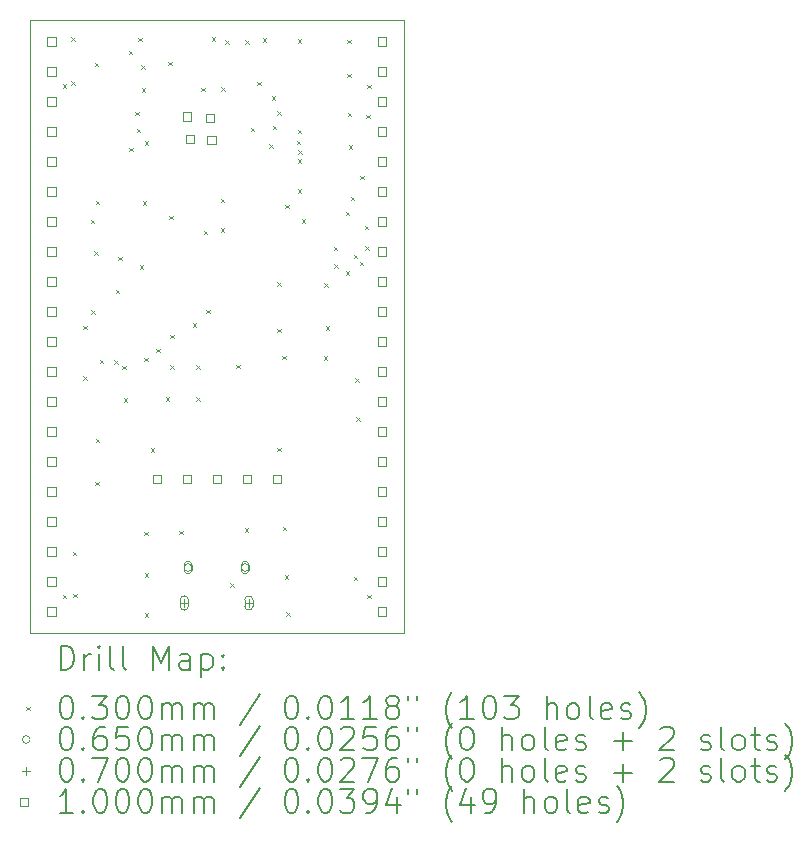
<source format=gbr>
%TF.GenerationSoftware,KiCad,Pcbnew,8.0.6-8.0.6-0~ubuntu24.04.1*%
%TF.CreationDate,2024-10-30T09:24:12+01:00*%
%TF.ProjectId,breakout_pcb,62726561-6b6f-4757-945f-7063622e6b69,rev?*%
%TF.SameCoordinates,Original*%
%TF.FileFunction,Drillmap*%
%TF.FilePolarity,Positive*%
%FSLAX45Y45*%
G04 Gerber Fmt 4.5, Leading zero omitted, Abs format (unit mm)*
G04 Created by KiCad (PCBNEW 8.0.6-8.0.6-0~ubuntu24.04.1) date 2024-10-30 09:24:12*
%MOMM*%
%LPD*%
G01*
G04 APERTURE LIST*
%ADD10C,0.050000*%
%ADD11C,0.200000*%
%ADD12C,0.100000*%
G04 APERTURE END LIST*
D10*
X14397500Y-12575000D02*
X11237500Y-12575000D01*
X14397500Y-7390000D02*
X11237500Y-7390000D01*
X14397500Y-7390000D02*
X14397500Y-12575000D01*
X11237500Y-7390000D02*
X11237500Y-12575000D01*
D11*
D12*
X11510000Y-7935000D02*
X11540000Y-7965000D01*
X11540000Y-7935000D02*
X11510000Y-7965000D01*
X11512500Y-12255000D02*
X11542500Y-12285000D01*
X11542500Y-12255000D02*
X11512500Y-12285000D01*
X11585000Y-7535000D02*
X11615000Y-7565000D01*
X11615000Y-7535000D02*
X11585000Y-7565000D01*
X11585000Y-7907500D02*
X11615000Y-7937500D01*
X11615000Y-7907500D02*
X11585000Y-7937500D01*
X11595000Y-11890000D02*
X11625000Y-11920000D01*
X11625000Y-11890000D02*
X11595000Y-11920000D01*
X11602500Y-12247500D02*
X11632500Y-12277500D01*
X11632500Y-12247500D02*
X11602500Y-12277500D01*
X11686676Y-10404177D02*
X11716676Y-10434177D01*
X11716676Y-10404177D02*
X11686676Y-10434177D01*
X11687500Y-9977500D02*
X11717500Y-10007500D01*
X11717500Y-9977500D02*
X11687500Y-10007500D01*
X11747500Y-9080000D02*
X11777500Y-9110000D01*
X11777500Y-9080000D02*
X11747500Y-9110000D01*
X11752500Y-9847500D02*
X11782500Y-9877500D01*
X11782500Y-9847500D02*
X11752500Y-9877500D01*
X11780000Y-9345000D02*
X11810000Y-9375000D01*
X11810000Y-9345000D02*
X11780000Y-9375000D01*
X11782500Y-7750000D02*
X11812500Y-7780000D01*
X11812500Y-7750000D02*
X11782500Y-7780000D01*
X11785000Y-11297500D02*
X11815000Y-11327500D01*
X11815000Y-11297500D02*
X11785000Y-11327500D01*
X11790000Y-8920000D02*
X11820000Y-8950000D01*
X11820000Y-8920000D02*
X11790000Y-8950000D01*
X11792500Y-10935000D02*
X11822500Y-10965000D01*
X11822500Y-10935000D02*
X11792500Y-10965000D01*
X11825853Y-10265000D02*
X11855853Y-10295000D01*
X11855853Y-10265000D02*
X11825853Y-10295000D01*
X11949626Y-10268226D02*
X11979626Y-10298226D01*
X11979626Y-10268226D02*
X11949626Y-10298226D01*
X11962500Y-9672500D02*
X11992500Y-9702500D01*
X11992500Y-9672500D02*
X11962500Y-9702500D01*
X11980000Y-9395000D02*
X12010000Y-9425000D01*
X12010000Y-9395000D02*
X11980000Y-9425000D01*
X12014139Y-10315535D02*
X12044139Y-10345535D01*
X12044139Y-10315535D02*
X12014139Y-10345535D01*
X12030000Y-10592500D02*
X12060000Y-10622500D01*
X12060000Y-10592500D02*
X12030000Y-10622500D01*
X12070000Y-7650000D02*
X12100000Y-7680000D01*
X12100000Y-7650000D02*
X12070000Y-7680000D01*
X12075000Y-8470000D02*
X12105000Y-8500000D01*
X12105000Y-8470000D02*
X12075000Y-8500000D01*
X12125000Y-8167500D02*
X12155000Y-8197500D01*
X12155000Y-8167500D02*
X12125000Y-8197500D01*
X12137500Y-8310000D02*
X12167500Y-8340000D01*
X12167500Y-8310000D02*
X12137500Y-8340000D01*
X12152500Y-7540000D02*
X12182500Y-7570000D01*
X12182500Y-7540000D02*
X12152500Y-7570000D01*
X12162500Y-9465000D02*
X12192500Y-9495000D01*
X12192500Y-9465000D02*
X12162500Y-9495000D01*
X12177500Y-7770000D02*
X12207500Y-7800000D01*
X12207500Y-7770000D02*
X12177500Y-7800000D01*
X12182500Y-7965000D02*
X12212500Y-7995000D01*
X12212500Y-7965000D02*
X12182500Y-7995000D01*
X12187500Y-8925000D02*
X12217500Y-8955000D01*
X12217500Y-8925000D02*
X12187500Y-8955000D01*
X12200000Y-11722500D02*
X12230000Y-11752500D01*
X12230000Y-11722500D02*
X12200000Y-11752500D01*
X12202500Y-10247500D02*
X12232500Y-10277500D01*
X12232500Y-10247500D02*
X12202500Y-10277500D01*
X12205000Y-12412500D02*
X12235000Y-12442500D01*
X12235000Y-12412500D02*
X12205000Y-12442500D01*
X12207500Y-8415000D02*
X12237500Y-8445000D01*
X12237500Y-8415000D02*
X12207500Y-8445000D01*
X12207500Y-12072500D02*
X12237500Y-12102500D01*
X12237500Y-12072500D02*
X12207500Y-12102500D01*
X12257500Y-11015000D02*
X12287500Y-11045000D01*
X12287500Y-11015000D02*
X12257500Y-11045000D01*
X12302500Y-10172500D02*
X12332500Y-10202500D01*
X12332500Y-10172500D02*
X12302500Y-10202500D01*
X12385000Y-10585000D02*
X12415000Y-10615000D01*
X12415000Y-10585000D02*
X12385000Y-10615000D01*
X12405000Y-7742500D02*
X12435000Y-7772500D01*
X12435000Y-7742500D02*
X12405000Y-7772500D01*
X12415000Y-9047500D02*
X12445000Y-9077500D01*
X12445000Y-9047500D02*
X12415000Y-9077500D01*
X12420000Y-10312500D02*
X12450000Y-10342500D01*
X12450000Y-10312500D02*
X12420000Y-10342500D01*
X12422500Y-10052500D02*
X12452500Y-10082500D01*
X12452500Y-10052500D02*
X12422500Y-10082500D01*
X12500000Y-11712500D02*
X12530000Y-11742500D01*
X12530000Y-11712500D02*
X12500000Y-11742500D01*
X12611500Y-9955000D02*
X12641500Y-9985000D01*
X12641500Y-9955000D02*
X12611500Y-9985000D01*
X12640000Y-10582500D02*
X12670000Y-10612500D01*
X12670000Y-10582500D02*
X12640000Y-10612500D01*
X12642500Y-10312500D02*
X12672500Y-10342500D01*
X12672500Y-10312500D02*
X12642500Y-10342500D01*
X12685000Y-7962500D02*
X12715000Y-7992500D01*
X12715000Y-7962500D02*
X12685000Y-7992500D01*
X12707500Y-9174000D02*
X12737500Y-9204000D01*
X12737500Y-9174000D02*
X12707500Y-9204000D01*
X12725000Y-9842500D02*
X12755000Y-9872500D01*
X12755000Y-9842500D02*
X12725000Y-9872500D01*
X12772500Y-7535000D02*
X12802500Y-7565000D01*
X12802500Y-7535000D02*
X12772500Y-7565000D01*
X12850000Y-8902500D02*
X12880000Y-8932500D01*
X12880000Y-8902500D02*
X12850000Y-8932500D01*
X12850000Y-9152500D02*
X12880000Y-9182500D01*
X12880000Y-9152500D02*
X12850000Y-9182500D01*
X12855000Y-7957500D02*
X12885000Y-7987500D01*
X12885000Y-7957500D02*
X12855000Y-7987500D01*
X12890000Y-7560000D02*
X12920000Y-7590000D01*
X12920000Y-7560000D02*
X12890000Y-7590000D01*
X12929500Y-12157500D02*
X12959500Y-12187500D01*
X12959500Y-12157500D02*
X12929500Y-12187500D01*
X12982500Y-10307500D02*
X13012500Y-10337500D01*
X13012500Y-10307500D02*
X12982500Y-10337500D01*
X13052500Y-11690000D02*
X13082500Y-11720000D01*
X13082500Y-11690000D02*
X13052500Y-11720000D01*
X13057500Y-7560000D02*
X13087500Y-7590000D01*
X13087500Y-7560000D02*
X13057500Y-7590000D01*
X13102500Y-8302426D02*
X13132500Y-8332426D01*
X13132500Y-8302426D02*
X13102500Y-8332426D01*
X13157500Y-7910000D02*
X13187500Y-7940000D01*
X13187500Y-7910000D02*
X13157500Y-7940000D01*
X13205000Y-7542500D02*
X13235000Y-7572500D01*
X13235000Y-7542500D02*
X13205000Y-7572500D01*
X13260000Y-8440000D02*
X13290000Y-8470000D01*
X13290000Y-8440000D02*
X13260000Y-8470000D01*
X13282500Y-8032500D02*
X13312500Y-8062500D01*
X13312500Y-8032500D02*
X13282500Y-8062500D01*
X13289926Y-8284926D02*
X13319926Y-8314926D01*
X13319926Y-8284926D02*
X13289926Y-8314926D01*
X13327500Y-10002500D02*
X13357500Y-10032500D01*
X13357500Y-10002500D02*
X13327500Y-10032500D01*
X13327500Y-11010000D02*
X13357500Y-11040000D01*
X13357500Y-11010000D02*
X13327500Y-11040000D01*
X13330000Y-8160000D02*
X13360000Y-8190000D01*
X13360000Y-8160000D02*
X13330000Y-8190000D01*
X13330000Y-9607500D02*
X13360000Y-9637500D01*
X13360000Y-9607500D02*
X13330000Y-9637500D01*
X13372500Y-10232500D02*
X13402500Y-10262500D01*
X13402500Y-10232500D02*
X13372500Y-10262500D01*
X13375000Y-11680000D02*
X13405000Y-11710000D01*
X13405000Y-11680000D02*
X13375000Y-11710000D01*
X13392500Y-12090000D02*
X13422500Y-12120000D01*
X13422500Y-12090000D02*
X13392500Y-12120000D01*
X13397500Y-8955000D02*
X13427500Y-8985000D01*
X13427500Y-8955000D02*
X13397500Y-8985000D01*
X13405000Y-12405000D02*
X13435000Y-12435000D01*
X13435000Y-12405000D02*
X13405000Y-12435000D01*
X13493676Y-8411177D02*
X13523676Y-8441177D01*
X13523676Y-8411177D02*
X13493676Y-8441177D01*
X13500000Y-7550000D02*
X13530000Y-7580000D01*
X13530000Y-7550000D02*
X13500000Y-7580000D01*
X13500000Y-8570000D02*
X13530000Y-8600000D01*
X13530000Y-8570000D02*
X13500000Y-8600000D01*
X13500000Y-8822500D02*
X13530000Y-8852500D01*
X13530000Y-8822500D02*
X13500000Y-8852500D01*
X13502500Y-8317500D02*
X13532500Y-8347500D01*
X13532500Y-8317500D02*
X13502500Y-8347500D01*
X13507706Y-8490372D02*
X13537706Y-8520372D01*
X13537706Y-8490372D02*
X13507706Y-8520372D01*
X13535000Y-9077500D02*
X13565000Y-9107500D01*
X13565000Y-9077500D02*
X13535000Y-9107500D01*
X13720000Y-10237500D02*
X13750000Y-10267500D01*
X13750000Y-10237500D02*
X13720000Y-10267500D01*
X13725000Y-9617500D02*
X13755000Y-9647500D01*
X13755000Y-9617500D02*
X13725000Y-9647500D01*
X13740000Y-9982500D02*
X13770000Y-10012500D01*
X13770000Y-9982500D02*
X13740000Y-10012500D01*
X13807500Y-9307500D02*
X13837500Y-9337500D01*
X13837500Y-9307500D02*
X13807500Y-9337500D01*
X13812500Y-9455000D02*
X13842500Y-9485000D01*
X13842500Y-9455000D02*
X13812500Y-9485000D01*
X13907221Y-9012574D02*
X13937221Y-9042574D01*
X13937221Y-9012574D02*
X13907221Y-9042574D01*
X13907500Y-9515000D02*
X13937500Y-9545000D01*
X13937500Y-9515000D02*
X13907500Y-9545000D01*
X13920000Y-7557500D02*
X13950000Y-7587500D01*
X13950000Y-7557500D02*
X13920000Y-7587500D01*
X13920000Y-7842500D02*
X13950000Y-7872500D01*
X13950000Y-7842500D02*
X13920000Y-7872500D01*
X13925000Y-8175000D02*
X13955000Y-8205000D01*
X13955000Y-8175000D02*
X13925000Y-8205000D01*
X13932500Y-8447500D02*
X13962500Y-8477500D01*
X13962500Y-8447500D02*
X13932500Y-8477500D01*
X13949353Y-8885000D02*
X13979353Y-8915000D01*
X13979353Y-8885000D02*
X13949353Y-8915000D01*
X13974446Y-9375799D02*
X14004446Y-9405799D01*
X14004446Y-9375799D02*
X13974446Y-9405799D01*
X13975000Y-12102500D02*
X14005000Y-12132500D01*
X14005000Y-12102500D02*
X13975000Y-12132500D01*
X13990000Y-10420000D02*
X14020000Y-10450000D01*
X14020000Y-10420000D02*
X13990000Y-10450000D01*
X13997500Y-10752500D02*
X14027500Y-10782500D01*
X14027500Y-10752500D02*
X13997500Y-10782500D01*
X14027500Y-9435677D02*
X14057500Y-9465677D01*
X14057500Y-9435677D02*
X14027500Y-9465677D01*
X14032500Y-8707500D02*
X14062500Y-8737500D01*
X14062500Y-8707500D02*
X14032500Y-8737500D01*
X14069926Y-9132574D02*
X14099926Y-9162574D01*
X14099926Y-9132574D02*
X14069926Y-9162574D01*
X14070965Y-9302612D02*
X14100965Y-9332612D01*
X14100965Y-9302612D02*
X14070965Y-9332612D01*
X14082500Y-8190000D02*
X14112500Y-8220000D01*
X14112500Y-8190000D02*
X14082500Y-8220000D01*
X14090000Y-7937500D02*
X14120000Y-7967500D01*
X14120000Y-7937500D02*
X14090000Y-7967500D01*
X14090000Y-12255000D02*
X14120000Y-12285000D01*
X14120000Y-12255000D02*
X14090000Y-12285000D01*
X12605000Y-12025000D02*
G75*
G02*
X12540000Y-12025000I-32500J0D01*
G01*
X12540000Y-12025000D02*
G75*
G02*
X12605000Y-12025000I32500J0D01*
G01*
X12605000Y-12045000D02*
X12605000Y-12005000D01*
X12540000Y-12005000D02*
G75*
G02*
X12605000Y-12005000I32500J0D01*
G01*
X12540000Y-12005000D02*
X12540000Y-12045000D01*
X12540000Y-12045000D02*
G75*
G03*
X12605000Y-12045000I32500J0D01*
G01*
X13089000Y-12025000D02*
G75*
G02*
X13024000Y-12025000I-32500J0D01*
G01*
X13024000Y-12025000D02*
G75*
G02*
X13089000Y-12025000I32500J0D01*
G01*
X13089000Y-12045000D02*
X13089000Y-12005000D01*
X13024000Y-12005000D02*
G75*
G02*
X13089000Y-12005000I32500J0D01*
G01*
X13024000Y-12005000D02*
X13024000Y-12045000D01*
X13024000Y-12045000D02*
G75*
G03*
X13089000Y-12045000I32500J0D01*
G01*
X12541500Y-12290000D02*
X12541500Y-12360000D01*
X12506500Y-12325000D02*
X12576500Y-12325000D01*
X12576500Y-12350000D02*
X12576500Y-12300000D01*
X12506500Y-12300000D02*
G75*
G02*
X12576500Y-12300000I35000J0D01*
G01*
X12506500Y-12300000D02*
X12506500Y-12350000D01*
X12506500Y-12350000D02*
G75*
G03*
X12576500Y-12350000I35000J0D01*
G01*
X13087500Y-12290000D02*
X13087500Y-12360000D01*
X13052500Y-12325000D02*
X13122500Y-12325000D01*
X13122500Y-12350000D02*
X13122500Y-12300000D01*
X13052500Y-12300000D02*
G75*
G02*
X13122500Y-12300000I35000J0D01*
G01*
X13052500Y-12300000D02*
X13052500Y-12350000D01*
X13052500Y-12350000D02*
G75*
G03*
X13122500Y-12350000I35000J0D01*
G01*
X11452356Y-7605356D02*
X11452356Y-7534644D01*
X11381644Y-7534644D01*
X11381644Y-7605356D01*
X11452356Y-7605356D01*
X11452356Y-7859356D02*
X11452356Y-7788644D01*
X11381644Y-7788644D01*
X11381644Y-7859356D01*
X11452356Y-7859356D01*
X11452356Y-8113356D02*
X11452356Y-8042644D01*
X11381644Y-8042644D01*
X11381644Y-8113356D01*
X11452356Y-8113356D01*
X11452356Y-8367356D02*
X11452356Y-8296644D01*
X11381644Y-8296644D01*
X11381644Y-8367356D01*
X11452356Y-8367356D01*
X11452356Y-8621356D02*
X11452356Y-8550644D01*
X11381644Y-8550644D01*
X11381644Y-8621356D01*
X11452356Y-8621356D01*
X11452356Y-8875356D02*
X11452356Y-8804644D01*
X11381644Y-8804644D01*
X11381644Y-8875356D01*
X11452356Y-8875356D01*
X11452356Y-9129356D02*
X11452356Y-9058644D01*
X11381644Y-9058644D01*
X11381644Y-9129356D01*
X11452356Y-9129356D01*
X11452356Y-9383356D02*
X11452356Y-9312644D01*
X11381644Y-9312644D01*
X11381644Y-9383356D01*
X11452356Y-9383356D01*
X11452356Y-9637356D02*
X11452356Y-9566644D01*
X11381644Y-9566644D01*
X11381644Y-9637356D01*
X11452356Y-9637356D01*
X11452356Y-9891356D02*
X11452356Y-9820644D01*
X11381644Y-9820644D01*
X11381644Y-9891356D01*
X11452356Y-9891356D01*
X11452356Y-10145356D02*
X11452356Y-10074644D01*
X11381644Y-10074644D01*
X11381644Y-10145356D01*
X11452356Y-10145356D01*
X11452356Y-10399356D02*
X11452356Y-10328644D01*
X11381644Y-10328644D01*
X11381644Y-10399356D01*
X11452356Y-10399356D01*
X11452356Y-10653356D02*
X11452356Y-10582644D01*
X11381644Y-10582644D01*
X11381644Y-10653356D01*
X11452356Y-10653356D01*
X11452356Y-10907356D02*
X11452356Y-10836644D01*
X11381644Y-10836644D01*
X11381644Y-10907356D01*
X11452356Y-10907356D01*
X11452356Y-11161356D02*
X11452356Y-11090644D01*
X11381644Y-11090644D01*
X11381644Y-11161356D01*
X11452356Y-11161356D01*
X11452356Y-11415356D02*
X11452356Y-11344644D01*
X11381644Y-11344644D01*
X11381644Y-11415356D01*
X11452356Y-11415356D01*
X11452356Y-11669356D02*
X11452356Y-11598644D01*
X11381644Y-11598644D01*
X11381644Y-11669356D01*
X11452356Y-11669356D01*
X11452356Y-11923356D02*
X11452356Y-11852644D01*
X11381644Y-11852644D01*
X11381644Y-11923356D01*
X11452356Y-11923356D01*
X11452356Y-12177356D02*
X11452356Y-12106644D01*
X11381644Y-12106644D01*
X11381644Y-12177356D01*
X11452356Y-12177356D01*
X11452356Y-12431356D02*
X11452356Y-12360644D01*
X11381644Y-12360644D01*
X11381644Y-12431356D01*
X11452356Y-12431356D01*
X12347356Y-11310356D02*
X12347356Y-11239644D01*
X12276644Y-11239644D01*
X12276644Y-11310356D01*
X12347356Y-11310356D01*
X12601356Y-11310356D02*
X12601356Y-11239644D01*
X12530644Y-11239644D01*
X12530644Y-11310356D01*
X12601356Y-11310356D01*
X12601856Y-8242356D02*
X12601856Y-8171644D01*
X12531144Y-8171644D01*
X12531144Y-8242356D01*
X12601856Y-8242356D01*
X12622856Y-8429356D02*
X12622856Y-8358644D01*
X12552144Y-8358644D01*
X12552144Y-8429356D01*
X12622856Y-8429356D01*
X12795856Y-8254356D02*
X12795856Y-8183644D01*
X12725144Y-8183644D01*
X12725144Y-8254356D01*
X12795856Y-8254356D01*
X12806856Y-8442356D02*
X12806856Y-8371644D01*
X12736144Y-8371644D01*
X12736144Y-8442356D01*
X12806856Y-8442356D01*
X12855356Y-11310356D02*
X12855356Y-11239644D01*
X12784644Y-11239644D01*
X12784644Y-11310356D01*
X12855356Y-11310356D01*
X13109356Y-11310356D02*
X13109356Y-11239644D01*
X13038644Y-11239644D01*
X13038644Y-11310356D01*
X13109356Y-11310356D01*
X13363356Y-11310356D02*
X13363356Y-11239644D01*
X13292644Y-11239644D01*
X13292644Y-11310356D01*
X13363356Y-11310356D01*
X14252856Y-7605356D02*
X14252856Y-7534644D01*
X14182144Y-7534644D01*
X14182144Y-7605356D01*
X14252856Y-7605356D01*
X14252856Y-7859356D02*
X14252856Y-7788644D01*
X14182144Y-7788644D01*
X14182144Y-7859356D01*
X14252856Y-7859356D01*
X14252856Y-8113356D02*
X14252856Y-8042644D01*
X14182144Y-8042644D01*
X14182144Y-8113356D01*
X14252856Y-8113356D01*
X14252856Y-8367356D02*
X14252856Y-8296644D01*
X14182144Y-8296644D01*
X14182144Y-8367356D01*
X14252856Y-8367356D01*
X14252856Y-8621356D02*
X14252856Y-8550644D01*
X14182144Y-8550644D01*
X14182144Y-8621356D01*
X14252856Y-8621356D01*
X14252856Y-8875356D02*
X14252856Y-8804644D01*
X14182144Y-8804644D01*
X14182144Y-8875356D01*
X14252856Y-8875356D01*
X14252856Y-9129356D02*
X14252856Y-9058644D01*
X14182144Y-9058644D01*
X14182144Y-9129356D01*
X14252856Y-9129356D01*
X14252856Y-9383356D02*
X14252856Y-9312644D01*
X14182144Y-9312644D01*
X14182144Y-9383356D01*
X14252856Y-9383356D01*
X14252856Y-9637356D02*
X14252856Y-9566644D01*
X14182144Y-9566644D01*
X14182144Y-9637356D01*
X14252856Y-9637356D01*
X14252856Y-9891356D02*
X14252856Y-9820644D01*
X14182144Y-9820644D01*
X14182144Y-9891356D01*
X14252856Y-9891356D01*
X14252856Y-10145356D02*
X14252856Y-10074644D01*
X14182144Y-10074644D01*
X14182144Y-10145356D01*
X14252856Y-10145356D01*
X14252856Y-10399356D02*
X14252856Y-10328644D01*
X14182144Y-10328644D01*
X14182144Y-10399356D01*
X14252856Y-10399356D01*
X14252856Y-10653356D02*
X14252856Y-10582644D01*
X14182144Y-10582644D01*
X14182144Y-10653356D01*
X14252856Y-10653356D01*
X14252856Y-10907356D02*
X14252856Y-10836644D01*
X14182144Y-10836644D01*
X14182144Y-10907356D01*
X14252856Y-10907356D01*
X14252856Y-11161356D02*
X14252856Y-11090644D01*
X14182144Y-11090644D01*
X14182144Y-11161356D01*
X14252856Y-11161356D01*
X14252856Y-11415356D02*
X14252856Y-11344644D01*
X14182144Y-11344644D01*
X14182144Y-11415356D01*
X14252856Y-11415356D01*
X14252856Y-11669356D02*
X14252856Y-11598644D01*
X14182144Y-11598644D01*
X14182144Y-11669356D01*
X14252856Y-11669356D01*
X14252856Y-11923356D02*
X14252856Y-11852644D01*
X14182144Y-11852644D01*
X14182144Y-11923356D01*
X14252856Y-11923356D01*
X14252856Y-12177356D02*
X14252856Y-12106644D01*
X14182144Y-12106644D01*
X14182144Y-12177356D01*
X14252856Y-12177356D01*
X14252856Y-12431356D02*
X14252856Y-12360644D01*
X14182144Y-12360644D01*
X14182144Y-12431356D01*
X14252856Y-12431356D01*
D11*
X11495777Y-12888984D02*
X11495777Y-12688984D01*
X11495777Y-12688984D02*
X11543396Y-12688984D01*
X11543396Y-12688984D02*
X11571967Y-12698508D01*
X11571967Y-12698508D02*
X11591015Y-12717555D01*
X11591015Y-12717555D02*
X11600539Y-12736603D01*
X11600539Y-12736603D02*
X11610062Y-12774698D01*
X11610062Y-12774698D02*
X11610062Y-12803269D01*
X11610062Y-12803269D02*
X11600539Y-12841365D01*
X11600539Y-12841365D02*
X11591015Y-12860412D01*
X11591015Y-12860412D02*
X11571967Y-12879460D01*
X11571967Y-12879460D02*
X11543396Y-12888984D01*
X11543396Y-12888984D02*
X11495777Y-12888984D01*
X11695777Y-12888984D02*
X11695777Y-12755650D01*
X11695777Y-12793746D02*
X11705301Y-12774698D01*
X11705301Y-12774698D02*
X11714824Y-12765174D01*
X11714824Y-12765174D02*
X11733872Y-12755650D01*
X11733872Y-12755650D02*
X11752920Y-12755650D01*
X11819586Y-12888984D02*
X11819586Y-12755650D01*
X11819586Y-12688984D02*
X11810062Y-12698508D01*
X11810062Y-12698508D02*
X11819586Y-12708031D01*
X11819586Y-12708031D02*
X11829110Y-12698508D01*
X11829110Y-12698508D02*
X11819586Y-12688984D01*
X11819586Y-12688984D02*
X11819586Y-12708031D01*
X11943396Y-12888984D02*
X11924348Y-12879460D01*
X11924348Y-12879460D02*
X11914824Y-12860412D01*
X11914824Y-12860412D02*
X11914824Y-12688984D01*
X12048158Y-12888984D02*
X12029110Y-12879460D01*
X12029110Y-12879460D02*
X12019586Y-12860412D01*
X12019586Y-12860412D02*
X12019586Y-12688984D01*
X12276729Y-12888984D02*
X12276729Y-12688984D01*
X12276729Y-12688984D02*
X12343396Y-12831841D01*
X12343396Y-12831841D02*
X12410062Y-12688984D01*
X12410062Y-12688984D02*
X12410062Y-12888984D01*
X12591015Y-12888984D02*
X12591015Y-12784222D01*
X12591015Y-12784222D02*
X12581491Y-12765174D01*
X12581491Y-12765174D02*
X12562443Y-12755650D01*
X12562443Y-12755650D02*
X12524348Y-12755650D01*
X12524348Y-12755650D02*
X12505301Y-12765174D01*
X12591015Y-12879460D02*
X12571967Y-12888984D01*
X12571967Y-12888984D02*
X12524348Y-12888984D01*
X12524348Y-12888984D02*
X12505301Y-12879460D01*
X12505301Y-12879460D02*
X12495777Y-12860412D01*
X12495777Y-12860412D02*
X12495777Y-12841365D01*
X12495777Y-12841365D02*
X12505301Y-12822317D01*
X12505301Y-12822317D02*
X12524348Y-12812793D01*
X12524348Y-12812793D02*
X12571967Y-12812793D01*
X12571967Y-12812793D02*
X12591015Y-12803269D01*
X12686253Y-12755650D02*
X12686253Y-12955650D01*
X12686253Y-12765174D02*
X12705301Y-12755650D01*
X12705301Y-12755650D02*
X12743396Y-12755650D01*
X12743396Y-12755650D02*
X12762443Y-12765174D01*
X12762443Y-12765174D02*
X12771967Y-12774698D01*
X12771967Y-12774698D02*
X12781491Y-12793746D01*
X12781491Y-12793746D02*
X12781491Y-12850888D01*
X12781491Y-12850888D02*
X12771967Y-12869936D01*
X12771967Y-12869936D02*
X12762443Y-12879460D01*
X12762443Y-12879460D02*
X12743396Y-12888984D01*
X12743396Y-12888984D02*
X12705301Y-12888984D01*
X12705301Y-12888984D02*
X12686253Y-12879460D01*
X12867205Y-12869936D02*
X12876729Y-12879460D01*
X12876729Y-12879460D02*
X12867205Y-12888984D01*
X12867205Y-12888984D02*
X12857682Y-12879460D01*
X12857682Y-12879460D02*
X12867205Y-12869936D01*
X12867205Y-12869936D02*
X12867205Y-12888984D01*
X12867205Y-12765174D02*
X12876729Y-12774698D01*
X12876729Y-12774698D02*
X12867205Y-12784222D01*
X12867205Y-12784222D02*
X12857682Y-12774698D01*
X12857682Y-12774698D02*
X12867205Y-12765174D01*
X12867205Y-12765174D02*
X12867205Y-12784222D01*
D12*
X11205000Y-13202500D02*
X11235000Y-13232500D01*
X11235000Y-13202500D02*
X11205000Y-13232500D01*
D11*
X11533872Y-13108984D02*
X11552920Y-13108984D01*
X11552920Y-13108984D02*
X11571967Y-13118508D01*
X11571967Y-13118508D02*
X11581491Y-13128031D01*
X11581491Y-13128031D02*
X11591015Y-13147079D01*
X11591015Y-13147079D02*
X11600539Y-13185174D01*
X11600539Y-13185174D02*
X11600539Y-13232793D01*
X11600539Y-13232793D02*
X11591015Y-13270888D01*
X11591015Y-13270888D02*
X11581491Y-13289936D01*
X11581491Y-13289936D02*
X11571967Y-13299460D01*
X11571967Y-13299460D02*
X11552920Y-13308984D01*
X11552920Y-13308984D02*
X11533872Y-13308984D01*
X11533872Y-13308984D02*
X11514824Y-13299460D01*
X11514824Y-13299460D02*
X11505301Y-13289936D01*
X11505301Y-13289936D02*
X11495777Y-13270888D01*
X11495777Y-13270888D02*
X11486253Y-13232793D01*
X11486253Y-13232793D02*
X11486253Y-13185174D01*
X11486253Y-13185174D02*
X11495777Y-13147079D01*
X11495777Y-13147079D02*
X11505301Y-13128031D01*
X11505301Y-13128031D02*
X11514824Y-13118508D01*
X11514824Y-13118508D02*
X11533872Y-13108984D01*
X11686253Y-13289936D02*
X11695777Y-13299460D01*
X11695777Y-13299460D02*
X11686253Y-13308984D01*
X11686253Y-13308984D02*
X11676729Y-13299460D01*
X11676729Y-13299460D02*
X11686253Y-13289936D01*
X11686253Y-13289936D02*
X11686253Y-13308984D01*
X11762443Y-13108984D02*
X11886253Y-13108984D01*
X11886253Y-13108984D02*
X11819586Y-13185174D01*
X11819586Y-13185174D02*
X11848158Y-13185174D01*
X11848158Y-13185174D02*
X11867205Y-13194698D01*
X11867205Y-13194698D02*
X11876729Y-13204222D01*
X11876729Y-13204222D02*
X11886253Y-13223269D01*
X11886253Y-13223269D02*
X11886253Y-13270888D01*
X11886253Y-13270888D02*
X11876729Y-13289936D01*
X11876729Y-13289936D02*
X11867205Y-13299460D01*
X11867205Y-13299460D02*
X11848158Y-13308984D01*
X11848158Y-13308984D02*
X11791015Y-13308984D01*
X11791015Y-13308984D02*
X11771967Y-13299460D01*
X11771967Y-13299460D02*
X11762443Y-13289936D01*
X12010062Y-13108984D02*
X12029110Y-13108984D01*
X12029110Y-13108984D02*
X12048158Y-13118508D01*
X12048158Y-13118508D02*
X12057682Y-13128031D01*
X12057682Y-13128031D02*
X12067205Y-13147079D01*
X12067205Y-13147079D02*
X12076729Y-13185174D01*
X12076729Y-13185174D02*
X12076729Y-13232793D01*
X12076729Y-13232793D02*
X12067205Y-13270888D01*
X12067205Y-13270888D02*
X12057682Y-13289936D01*
X12057682Y-13289936D02*
X12048158Y-13299460D01*
X12048158Y-13299460D02*
X12029110Y-13308984D01*
X12029110Y-13308984D02*
X12010062Y-13308984D01*
X12010062Y-13308984D02*
X11991015Y-13299460D01*
X11991015Y-13299460D02*
X11981491Y-13289936D01*
X11981491Y-13289936D02*
X11971967Y-13270888D01*
X11971967Y-13270888D02*
X11962443Y-13232793D01*
X11962443Y-13232793D02*
X11962443Y-13185174D01*
X11962443Y-13185174D02*
X11971967Y-13147079D01*
X11971967Y-13147079D02*
X11981491Y-13128031D01*
X11981491Y-13128031D02*
X11991015Y-13118508D01*
X11991015Y-13118508D02*
X12010062Y-13108984D01*
X12200539Y-13108984D02*
X12219586Y-13108984D01*
X12219586Y-13108984D02*
X12238634Y-13118508D01*
X12238634Y-13118508D02*
X12248158Y-13128031D01*
X12248158Y-13128031D02*
X12257682Y-13147079D01*
X12257682Y-13147079D02*
X12267205Y-13185174D01*
X12267205Y-13185174D02*
X12267205Y-13232793D01*
X12267205Y-13232793D02*
X12257682Y-13270888D01*
X12257682Y-13270888D02*
X12248158Y-13289936D01*
X12248158Y-13289936D02*
X12238634Y-13299460D01*
X12238634Y-13299460D02*
X12219586Y-13308984D01*
X12219586Y-13308984D02*
X12200539Y-13308984D01*
X12200539Y-13308984D02*
X12181491Y-13299460D01*
X12181491Y-13299460D02*
X12171967Y-13289936D01*
X12171967Y-13289936D02*
X12162443Y-13270888D01*
X12162443Y-13270888D02*
X12152920Y-13232793D01*
X12152920Y-13232793D02*
X12152920Y-13185174D01*
X12152920Y-13185174D02*
X12162443Y-13147079D01*
X12162443Y-13147079D02*
X12171967Y-13128031D01*
X12171967Y-13128031D02*
X12181491Y-13118508D01*
X12181491Y-13118508D02*
X12200539Y-13108984D01*
X12352920Y-13308984D02*
X12352920Y-13175650D01*
X12352920Y-13194698D02*
X12362443Y-13185174D01*
X12362443Y-13185174D02*
X12381491Y-13175650D01*
X12381491Y-13175650D02*
X12410063Y-13175650D01*
X12410063Y-13175650D02*
X12429110Y-13185174D01*
X12429110Y-13185174D02*
X12438634Y-13204222D01*
X12438634Y-13204222D02*
X12438634Y-13308984D01*
X12438634Y-13204222D02*
X12448158Y-13185174D01*
X12448158Y-13185174D02*
X12467205Y-13175650D01*
X12467205Y-13175650D02*
X12495777Y-13175650D01*
X12495777Y-13175650D02*
X12514824Y-13185174D01*
X12514824Y-13185174D02*
X12524348Y-13204222D01*
X12524348Y-13204222D02*
X12524348Y-13308984D01*
X12619586Y-13308984D02*
X12619586Y-13175650D01*
X12619586Y-13194698D02*
X12629110Y-13185174D01*
X12629110Y-13185174D02*
X12648158Y-13175650D01*
X12648158Y-13175650D02*
X12676729Y-13175650D01*
X12676729Y-13175650D02*
X12695777Y-13185174D01*
X12695777Y-13185174D02*
X12705301Y-13204222D01*
X12705301Y-13204222D02*
X12705301Y-13308984D01*
X12705301Y-13204222D02*
X12714824Y-13185174D01*
X12714824Y-13185174D02*
X12733872Y-13175650D01*
X12733872Y-13175650D02*
X12762443Y-13175650D01*
X12762443Y-13175650D02*
X12781491Y-13185174D01*
X12781491Y-13185174D02*
X12791015Y-13204222D01*
X12791015Y-13204222D02*
X12791015Y-13308984D01*
X13181491Y-13099460D02*
X13010063Y-13356603D01*
X13438634Y-13108984D02*
X13457682Y-13108984D01*
X13457682Y-13108984D02*
X13476729Y-13118508D01*
X13476729Y-13118508D02*
X13486253Y-13128031D01*
X13486253Y-13128031D02*
X13495777Y-13147079D01*
X13495777Y-13147079D02*
X13505301Y-13185174D01*
X13505301Y-13185174D02*
X13505301Y-13232793D01*
X13505301Y-13232793D02*
X13495777Y-13270888D01*
X13495777Y-13270888D02*
X13486253Y-13289936D01*
X13486253Y-13289936D02*
X13476729Y-13299460D01*
X13476729Y-13299460D02*
X13457682Y-13308984D01*
X13457682Y-13308984D02*
X13438634Y-13308984D01*
X13438634Y-13308984D02*
X13419586Y-13299460D01*
X13419586Y-13299460D02*
X13410063Y-13289936D01*
X13410063Y-13289936D02*
X13400539Y-13270888D01*
X13400539Y-13270888D02*
X13391015Y-13232793D01*
X13391015Y-13232793D02*
X13391015Y-13185174D01*
X13391015Y-13185174D02*
X13400539Y-13147079D01*
X13400539Y-13147079D02*
X13410063Y-13128031D01*
X13410063Y-13128031D02*
X13419586Y-13118508D01*
X13419586Y-13118508D02*
X13438634Y-13108984D01*
X13591015Y-13289936D02*
X13600539Y-13299460D01*
X13600539Y-13299460D02*
X13591015Y-13308984D01*
X13591015Y-13308984D02*
X13581491Y-13299460D01*
X13581491Y-13299460D02*
X13591015Y-13289936D01*
X13591015Y-13289936D02*
X13591015Y-13308984D01*
X13724348Y-13108984D02*
X13743396Y-13108984D01*
X13743396Y-13108984D02*
X13762444Y-13118508D01*
X13762444Y-13118508D02*
X13771967Y-13128031D01*
X13771967Y-13128031D02*
X13781491Y-13147079D01*
X13781491Y-13147079D02*
X13791015Y-13185174D01*
X13791015Y-13185174D02*
X13791015Y-13232793D01*
X13791015Y-13232793D02*
X13781491Y-13270888D01*
X13781491Y-13270888D02*
X13771967Y-13289936D01*
X13771967Y-13289936D02*
X13762444Y-13299460D01*
X13762444Y-13299460D02*
X13743396Y-13308984D01*
X13743396Y-13308984D02*
X13724348Y-13308984D01*
X13724348Y-13308984D02*
X13705301Y-13299460D01*
X13705301Y-13299460D02*
X13695777Y-13289936D01*
X13695777Y-13289936D02*
X13686253Y-13270888D01*
X13686253Y-13270888D02*
X13676729Y-13232793D01*
X13676729Y-13232793D02*
X13676729Y-13185174D01*
X13676729Y-13185174D02*
X13686253Y-13147079D01*
X13686253Y-13147079D02*
X13695777Y-13128031D01*
X13695777Y-13128031D02*
X13705301Y-13118508D01*
X13705301Y-13118508D02*
X13724348Y-13108984D01*
X13981491Y-13308984D02*
X13867206Y-13308984D01*
X13924348Y-13308984D02*
X13924348Y-13108984D01*
X13924348Y-13108984D02*
X13905301Y-13137555D01*
X13905301Y-13137555D02*
X13886253Y-13156603D01*
X13886253Y-13156603D02*
X13867206Y-13166127D01*
X14171967Y-13308984D02*
X14057682Y-13308984D01*
X14114825Y-13308984D02*
X14114825Y-13108984D01*
X14114825Y-13108984D02*
X14095777Y-13137555D01*
X14095777Y-13137555D02*
X14076729Y-13156603D01*
X14076729Y-13156603D02*
X14057682Y-13166127D01*
X14286253Y-13194698D02*
X14267206Y-13185174D01*
X14267206Y-13185174D02*
X14257682Y-13175650D01*
X14257682Y-13175650D02*
X14248158Y-13156603D01*
X14248158Y-13156603D02*
X14248158Y-13147079D01*
X14248158Y-13147079D02*
X14257682Y-13128031D01*
X14257682Y-13128031D02*
X14267206Y-13118508D01*
X14267206Y-13118508D02*
X14286253Y-13108984D01*
X14286253Y-13108984D02*
X14324348Y-13108984D01*
X14324348Y-13108984D02*
X14343396Y-13118508D01*
X14343396Y-13118508D02*
X14352920Y-13128031D01*
X14352920Y-13128031D02*
X14362444Y-13147079D01*
X14362444Y-13147079D02*
X14362444Y-13156603D01*
X14362444Y-13156603D02*
X14352920Y-13175650D01*
X14352920Y-13175650D02*
X14343396Y-13185174D01*
X14343396Y-13185174D02*
X14324348Y-13194698D01*
X14324348Y-13194698D02*
X14286253Y-13194698D01*
X14286253Y-13194698D02*
X14267206Y-13204222D01*
X14267206Y-13204222D02*
X14257682Y-13213746D01*
X14257682Y-13213746D02*
X14248158Y-13232793D01*
X14248158Y-13232793D02*
X14248158Y-13270888D01*
X14248158Y-13270888D02*
X14257682Y-13289936D01*
X14257682Y-13289936D02*
X14267206Y-13299460D01*
X14267206Y-13299460D02*
X14286253Y-13308984D01*
X14286253Y-13308984D02*
X14324348Y-13308984D01*
X14324348Y-13308984D02*
X14343396Y-13299460D01*
X14343396Y-13299460D02*
X14352920Y-13289936D01*
X14352920Y-13289936D02*
X14362444Y-13270888D01*
X14362444Y-13270888D02*
X14362444Y-13232793D01*
X14362444Y-13232793D02*
X14352920Y-13213746D01*
X14352920Y-13213746D02*
X14343396Y-13204222D01*
X14343396Y-13204222D02*
X14324348Y-13194698D01*
X14438634Y-13108984D02*
X14438634Y-13147079D01*
X14514825Y-13108984D02*
X14514825Y-13147079D01*
X14810063Y-13385174D02*
X14800539Y-13375650D01*
X14800539Y-13375650D02*
X14781491Y-13347079D01*
X14781491Y-13347079D02*
X14771968Y-13328031D01*
X14771968Y-13328031D02*
X14762444Y-13299460D01*
X14762444Y-13299460D02*
X14752920Y-13251841D01*
X14752920Y-13251841D02*
X14752920Y-13213746D01*
X14752920Y-13213746D02*
X14762444Y-13166127D01*
X14762444Y-13166127D02*
X14771968Y-13137555D01*
X14771968Y-13137555D02*
X14781491Y-13118508D01*
X14781491Y-13118508D02*
X14800539Y-13089936D01*
X14800539Y-13089936D02*
X14810063Y-13080412D01*
X14991015Y-13308984D02*
X14876729Y-13308984D01*
X14933872Y-13308984D02*
X14933872Y-13108984D01*
X14933872Y-13108984D02*
X14914825Y-13137555D01*
X14914825Y-13137555D02*
X14895777Y-13156603D01*
X14895777Y-13156603D02*
X14876729Y-13166127D01*
X15114825Y-13108984D02*
X15133872Y-13108984D01*
X15133872Y-13108984D02*
X15152920Y-13118508D01*
X15152920Y-13118508D02*
X15162444Y-13128031D01*
X15162444Y-13128031D02*
X15171968Y-13147079D01*
X15171968Y-13147079D02*
X15181491Y-13185174D01*
X15181491Y-13185174D02*
X15181491Y-13232793D01*
X15181491Y-13232793D02*
X15171968Y-13270888D01*
X15171968Y-13270888D02*
X15162444Y-13289936D01*
X15162444Y-13289936D02*
X15152920Y-13299460D01*
X15152920Y-13299460D02*
X15133872Y-13308984D01*
X15133872Y-13308984D02*
X15114825Y-13308984D01*
X15114825Y-13308984D02*
X15095777Y-13299460D01*
X15095777Y-13299460D02*
X15086253Y-13289936D01*
X15086253Y-13289936D02*
X15076729Y-13270888D01*
X15076729Y-13270888D02*
X15067206Y-13232793D01*
X15067206Y-13232793D02*
X15067206Y-13185174D01*
X15067206Y-13185174D02*
X15076729Y-13147079D01*
X15076729Y-13147079D02*
X15086253Y-13128031D01*
X15086253Y-13128031D02*
X15095777Y-13118508D01*
X15095777Y-13118508D02*
X15114825Y-13108984D01*
X15248158Y-13108984D02*
X15371968Y-13108984D01*
X15371968Y-13108984D02*
X15305301Y-13185174D01*
X15305301Y-13185174D02*
X15333872Y-13185174D01*
X15333872Y-13185174D02*
X15352920Y-13194698D01*
X15352920Y-13194698D02*
X15362444Y-13204222D01*
X15362444Y-13204222D02*
X15371968Y-13223269D01*
X15371968Y-13223269D02*
X15371968Y-13270888D01*
X15371968Y-13270888D02*
X15362444Y-13289936D01*
X15362444Y-13289936D02*
X15352920Y-13299460D01*
X15352920Y-13299460D02*
X15333872Y-13308984D01*
X15333872Y-13308984D02*
X15276729Y-13308984D01*
X15276729Y-13308984D02*
X15257682Y-13299460D01*
X15257682Y-13299460D02*
X15248158Y-13289936D01*
X15610063Y-13308984D02*
X15610063Y-13108984D01*
X15695777Y-13308984D02*
X15695777Y-13204222D01*
X15695777Y-13204222D02*
X15686253Y-13185174D01*
X15686253Y-13185174D02*
X15667206Y-13175650D01*
X15667206Y-13175650D02*
X15638634Y-13175650D01*
X15638634Y-13175650D02*
X15619587Y-13185174D01*
X15619587Y-13185174D02*
X15610063Y-13194698D01*
X15819587Y-13308984D02*
X15800539Y-13299460D01*
X15800539Y-13299460D02*
X15791015Y-13289936D01*
X15791015Y-13289936D02*
X15781491Y-13270888D01*
X15781491Y-13270888D02*
X15781491Y-13213746D01*
X15781491Y-13213746D02*
X15791015Y-13194698D01*
X15791015Y-13194698D02*
X15800539Y-13185174D01*
X15800539Y-13185174D02*
X15819587Y-13175650D01*
X15819587Y-13175650D02*
X15848158Y-13175650D01*
X15848158Y-13175650D02*
X15867206Y-13185174D01*
X15867206Y-13185174D02*
X15876730Y-13194698D01*
X15876730Y-13194698D02*
X15886253Y-13213746D01*
X15886253Y-13213746D02*
X15886253Y-13270888D01*
X15886253Y-13270888D02*
X15876730Y-13289936D01*
X15876730Y-13289936D02*
X15867206Y-13299460D01*
X15867206Y-13299460D02*
X15848158Y-13308984D01*
X15848158Y-13308984D02*
X15819587Y-13308984D01*
X16000539Y-13308984D02*
X15981491Y-13299460D01*
X15981491Y-13299460D02*
X15971968Y-13280412D01*
X15971968Y-13280412D02*
X15971968Y-13108984D01*
X16152920Y-13299460D02*
X16133872Y-13308984D01*
X16133872Y-13308984D02*
X16095777Y-13308984D01*
X16095777Y-13308984D02*
X16076730Y-13299460D01*
X16076730Y-13299460D02*
X16067206Y-13280412D01*
X16067206Y-13280412D02*
X16067206Y-13204222D01*
X16067206Y-13204222D02*
X16076730Y-13185174D01*
X16076730Y-13185174D02*
X16095777Y-13175650D01*
X16095777Y-13175650D02*
X16133872Y-13175650D01*
X16133872Y-13175650D02*
X16152920Y-13185174D01*
X16152920Y-13185174D02*
X16162444Y-13204222D01*
X16162444Y-13204222D02*
X16162444Y-13223269D01*
X16162444Y-13223269D02*
X16067206Y-13242317D01*
X16238634Y-13299460D02*
X16257682Y-13308984D01*
X16257682Y-13308984D02*
X16295777Y-13308984D01*
X16295777Y-13308984D02*
X16314825Y-13299460D01*
X16314825Y-13299460D02*
X16324349Y-13280412D01*
X16324349Y-13280412D02*
X16324349Y-13270888D01*
X16324349Y-13270888D02*
X16314825Y-13251841D01*
X16314825Y-13251841D02*
X16295777Y-13242317D01*
X16295777Y-13242317D02*
X16267206Y-13242317D01*
X16267206Y-13242317D02*
X16248158Y-13232793D01*
X16248158Y-13232793D02*
X16238634Y-13213746D01*
X16238634Y-13213746D02*
X16238634Y-13204222D01*
X16238634Y-13204222D02*
X16248158Y-13185174D01*
X16248158Y-13185174D02*
X16267206Y-13175650D01*
X16267206Y-13175650D02*
X16295777Y-13175650D01*
X16295777Y-13175650D02*
X16314825Y-13185174D01*
X16391015Y-13385174D02*
X16400539Y-13375650D01*
X16400539Y-13375650D02*
X16419587Y-13347079D01*
X16419587Y-13347079D02*
X16429111Y-13328031D01*
X16429111Y-13328031D02*
X16438634Y-13299460D01*
X16438634Y-13299460D02*
X16448158Y-13251841D01*
X16448158Y-13251841D02*
X16448158Y-13213746D01*
X16448158Y-13213746D02*
X16438634Y-13166127D01*
X16438634Y-13166127D02*
X16429111Y-13137555D01*
X16429111Y-13137555D02*
X16419587Y-13118508D01*
X16419587Y-13118508D02*
X16400539Y-13089936D01*
X16400539Y-13089936D02*
X16391015Y-13080412D01*
D12*
X11235000Y-13481500D02*
G75*
G02*
X11170000Y-13481500I-32500J0D01*
G01*
X11170000Y-13481500D02*
G75*
G02*
X11235000Y-13481500I32500J0D01*
G01*
D11*
X11533872Y-13372984D02*
X11552920Y-13372984D01*
X11552920Y-13372984D02*
X11571967Y-13382508D01*
X11571967Y-13382508D02*
X11581491Y-13392031D01*
X11581491Y-13392031D02*
X11591015Y-13411079D01*
X11591015Y-13411079D02*
X11600539Y-13449174D01*
X11600539Y-13449174D02*
X11600539Y-13496793D01*
X11600539Y-13496793D02*
X11591015Y-13534888D01*
X11591015Y-13534888D02*
X11581491Y-13553936D01*
X11581491Y-13553936D02*
X11571967Y-13563460D01*
X11571967Y-13563460D02*
X11552920Y-13572984D01*
X11552920Y-13572984D02*
X11533872Y-13572984D01*
X11533872Y-13572984D02*
X11514824Y-13563460D01*
X11514824Y-13563460D02*
X11505301Y-13553936D01*
X11505301Y-13553936D02*
X11495777Y-13534888D01*
X11495777Y-13534888D02*
X11486253Y-13496793D01*
X11486253Y-13496793D02*
X11486253Y-13449174D01*
X11486253Y-13449174D02*
X11495777Y-13411079D01*
X11495777Y-13411079D02*
X11505301Y-13392031D01*
X11505301Y-13392031D02*
X11514824Y-13382508D01*
X11514824Y-13382508D02*
X11533872Y-13372984D01*
X11686253Y-13553936D02*
X11695777Y-13563460D01*
X11695777Y-13563460D02*
X11686253Y-13572984D01*
X11686253Y-13572984D02*
X11676729Y-13563460D01*
X11676729Y-13563460D02*
X11686253Y-13553936D01*
X11686253Y-13553936D02*
X11686253Y-13572984D01*
X11867205Y-13372984D02*
X11829110Y-13372984D01*
X11829110Y-13372984D02*
X11810062Y-13382508D01*
X11810062Y-13382508D02*
X11800539Y-13392031D01*
X11800539Y-13392031D02*
X11781491Y-13420603D01*
X11781491Y-13420603D02*
X11771967Y-13458698D01*
X11771967Y-13458698D02*
X11771967Y-13534888D01*
X11771967Y-13534888D02*
X11781491Y-13553936D01*
X11781491Y-13553936D02*
X11791015Y-13563460D01*
X11791015Y-13563460D02*
X11810062Y-13572984D01*
X11810062Y-13572984D02*
X11848158Y-13572984D01*
X11848158Y-13572984D02*
X11867205Y-13563460D01*
X11867205Y-13563460D02*
X11876729Y-13553936D01*
X11876729Y-13553936D02*
X11886253Y-13534888D01*
X11886253Y-13534888D02*
X11886253Y-13487269D01*
X11886253Y-13487269D02*
X11876729Y-13468222D01*
X11876729Y-13468222D02*
X11867205Y-13458698D01*
X11867205Y-13458698D02*
X11848158Y-13449174D01*
X11848158Y-13449174D02*
X11810062Y-13449174D01*
X11810062Y-13449174D02*
X11791015Y-13458698D01*
X11791015Y-13458698D02*
X11781491Y-13468222D01*
X11781491Y-13468222D02*
X11771967Y-13487269D01*
X12067205Y-13372984D02*
X11971967Y-13372984D01*
X11971967Y-13372984D02*
X11962443Y-13468222D01*
X11962443Y-13468222D02*
X11971967Y-13458698D01*
X11971967Y-13458698D02*
X11991015Y-13449174D01*
X11991015Y-13449174D02*
X12038634Y-13449174D01*
X12038634Y-13449174D02*
X12057682Y-13458698D01*
X12057682Y-13458698D02*
X12067205Y-13468222D01*
X12067205Y-13468222D02*
X12076729Y-13487269D01*
X12076729Y-13487269D02*
X12076729Y-13534888D01*
X12076729Y-13534888D02*
X12067205Y-13553936D01*
X12067205Y-13553936D02*
X12057682Y-13563460D01*
X12057682Y-13563460D02*
X12038634Y-13572984D01*
X12038634Y-13572984D02*
X11991015Y-13572984D01*
X11991015Y-13572984D02*
X11971967Y-13563460D01*
X11971967Y-13563460D02*
X11962443Y-13553936D01*
X12200539Y-13372984D02*
X12219586Y-13372984D01*
X12219586Y-13372984D02*
X12238634Y-13382508D01*
X12238634Y-13382508D02*
X12248158Y-13392031D01*
X12248158Y-13392031D02*
X12257682Y-13411079D01*
X12257682Y-13411079D02*
X12267205Y-13449174D01*
X12267205Y-13449174D02*
X12267205Y-13496793D01*
X12267205Y-13496793D02*
X12257682Y-13534888D01*
X12257682Y-13534888D02*
X12248158Y-13553936D01*
X12248158Y-13553936D02*
X12238634Y-13563460D01*
X12238634Y-13563460D02*
X12219586Y-13572984D01*
X12219586Y-13572984D02*
X12200539Y-13572984D01*
X12200539Y-13572984D02*
X12181491Y-13563460D01*
X12181491Y-13563460D02*
X12171967Y-13553936D01*
X12171967Y-13553936D02*
X12162443Y-13534888D01*
X12162443Y-13534888D02*
X12152920Y-13496793D01*
X12152920Y-13496793D02*
X12152920Y-13449174D01*
X12152920Y-13449174D02*
X12162443Y-13411079D01*
X12162443Y-13411079D02*
X12171967Y-13392031D01*
X12171967Y-13392031D02*
X12181491Y-13382508D01*
X12181491Y-13382508D02*
X12200539Y-13372984D01*
X12352920Y-13572984D02*
X12352920Y-13439650D01*
X12352920Y-13458698D02*
X12362443Y-13449174D01*
X12362443Y-13449174D02*
X12381491Y-13439650D01*
X12381491Y-13439650D02*
X12410063Y-13439650D01*
X12410063Y-13439650D02*
X12429110Y-13449174D01*
X12429110Y-13449174D02*
X12438634Y-13468222D01*
X12438634Y-13468222D02*
X12438634Y-13572984D01*
X12438634Y-13468222D02*
X12448158Y-13449174D01*
X12448158Y-13449174D02*
X12467205Y-13439650D01*
X12467205Y-13439650D02*
X12495777Y-13439650D01*
X12495777Y-13439650D02*
X12514824Y-13449174D01*
X12514824Y-13449174D02*
X12524348Y-13468222D01*
X12524348Y-13468222D02*
X12524348Y-13572984D01*
X12619586Y-13572984D02*
X12619586Y-13439650D01*
X12619586Y-13458698D02*
X12629110Y-13449174D01*
X12629110Y-13449174D02*
X12648158Y-13439650D01*
X12648158Y-13439650D02*
X12676729Y-13439650D01*
X12676729Y-13439650D02*
X12695777Y-13449174D01*
X12695777Y-13449174D02*
X12705301Y-13468222D01*
X12705301Y-13468222D02*
X12705301Y-13572984D01*
X12705301Y-13468222D02*
X12714824Y-13449174D01*
X12714824Y-13449174D02*
X12733872Y-13439650D01*
X12733872Y-13439650D02*
X12762443Y-13439650D01*
X12762443Y-13439650D02*
X12781491Y-13449174D01*
X12781491Y-13449174D02*
X12791015Y-13468222D01*
X12791015Y-13468222D02*
X12791015Y-13572984D01*
X13181491Y-13363460D02*
X13010063Y-13620603D01*
X13438634Y-13372984D02*
X13457682Y-13372984D01*
X13457682Y-13372984D02*
X13476729Y-13382508D01*
X13476729Y-13382508D02*
X13486253Y-13392031D01*
X13486253Y-13392031D02*
X13495777Y-13411079D01*
X13495777Y-13411079D02*
X13505301Y-13449174D01*
X13505301Y-13449174D02*
X13505301Y-13496793D01*
X13505301Y-13496793D02*
X13495777Y-13534888D01*
X13495777Y-13534888D02*
X13486253Y-13553936D01*
X13486253Y-13553936D02*
X13476729Y-13563460D01*
X13476729Y-13563460D02*
X13457682Y-13572984D01*
X13457682Y-13572984D02*
X13438634Y-13572984D01*
X13438634Y-13572984D02*
X13419586Y-13563460D01*
X13419586Y-13563460D02*
X13410063Y-13553936D01*
X13410063Y-13553936D02*
X13400539Y-13534888D01*
X13400539Y-13534888D02*
X13391015Y-13496793D01*
X13391015Y-13496793D02*
X13391015Y-13449174D01*
X13391015Y-13449174D02*
X13400539Y-13411079D01*
X13400539Y-13411079D02*
X13410063Y-13392031D01*
X13410063Y-13392031D02*
X13419586Y-13382508D01*
X13419586Y-13382508D02*
X13438634Y-13372984D01*
X13591015Y-13553936D02*
X13600539Y-13563460D01*
X13600539Y-13563460D02*
X13591015Y-13572984D01*
X13591015Y-13572984D02*
X13581491Y-13563460D01*
X13581491Y-13563460D02*
X13591015Y-13553936D01*
X13591015Y-13553936D02*
X13591015Y-13572984D01*
X13724348Y-13372984D02*
X13743396Y-13372984D01*
X13743396Y-13372984D02*
X13762444Y-13382508D01*
X13762444Y-13382508D02*
X13771967Y-13392031D01*
X13771967Y-13392031D02*
X13781491Y-13411079D01*
X13781491Y-13411079D02*
X13791015Y-13449174D01*
X13791015Y-13449174D02*
X13791015Y-13496793D01*
X13791015Y-13496793D02*
X13781491Y-13534888D01*
X13781491Y-13534888D02*
X13771967Y-13553936D01*
X13771967Y-13553936D02*
X13762444Y-13563460D01*
X13762444Y-13563460D02*
X13743396Y-13572984D01*
X13743396Y-13572984D02*
X13724348Y-13572984D01*
X13724348Y-13572984D02*
X13705301Y-13563460D01*
X13705301Y-13563460D02*
X13695777Y-13553936D01*
X13695777Y-13553936D02*
X13686253Y-13534888D01*
X13686253Y-13534888D02*
X13676729Y-13496793D01*
X13676729Y-13496793D02*
X13676729Y-13449174D01*
X13676729Y-13449174D02*
X13686253Y-13411079D01*
X13686253Y-13411079D02*
X13695777Y-13392031D01*
X13695777Y-13392031D02*
X13705301Y-13382508D01*
X13705301Y-13382508D02*
X13724348Y-13372984D01*
X13867206Y-13392031D02*
X13876729Y-13382508D01*
X13876729Y-13382508D02*
X13895777Y-13372984D01*
X13895777Y-13372984D02*
X13943396Y-13372984D01*
X13943396Y-13372984D02*
X13962444Y-13382508D01*
X13962444Y-13382508D02*
X13971967Y-13392031D01*
X13971967Y-13392031D02*
X13981491Y-13411079D01*
X13981491Y-13411079D02*
X13981491Y-13430127D01*
X13981491Y-13430127D02*
X13971967Y-13458698D01*
X13971967Y-13458698D02*
X13857682Y-13572984D01*
X13857682Y-13572984D02*
X13981491Y-13572984D01*
X14162444Y-13372984D02*
X14067206Y-13372984D01*
X14067206Y-13372984D02*
X14057682Y-13468222D01*
X14057682Y-13468222D02*
X14067206Y-13458698D01*
X14067206Y-13458698D02*
X14086253Y-13449174D01*
X14086253Y-13449174D02*
X14133872Y-13449174D01*
X14133872Y-13449174D02*
X14152920Y-13458698D01*
X14152920Y-13458698D02*
X14162444Y-13468222D01*
X14162444Y-13468222D02*
X14171967Y-13487269D01*
X14171967Y-13487269D02*
X14171967Y-13534888D01*
X14171967Y-13534888D02*
X14162444Y-13553936D01*
X14162444Y-13553936D02*
X14152920Y-13563460D01*
X14152920Y-13563460D02*
X14133872Y-13572984D01*
X14133872Y-13572984D02*
X14086253Y-13572984D01*
X14086253Y-13572984D02*
X14067206Y-13563460D01*
X14067206Y-13563460D02*
X14057682Y-13553936D01*
X14343396Y-13372984D02*
X14305301Y-13372984D01*
X14305301Y-13372984D02*
X14286253Y-13382508D01*
X14286253Y-13382508D02*
X14276729Y-13392031D01*
X14276729Y-13392031D02*
X14257682Y-13420603D01*
X14257682Y-13420603D02*
X14248158Y-13458698D01*
X14248158Y-13458698D02*
X14248158Y-13534888D01*
X14248158Y-13534888D02*
X14257682Y-13553936D01*
X14257682Y-13553936D02*
X14267206Y-13563460D01*
X14267206Y-13563460D02*
X14286253Y-13572984D01*
X14286253Y-13572984D02*
X14324348Y-13572984D01*
X14324348Y-13572984D02*
X14343396Y-13563460D01*
X14343396Y-13563460D02*
X14352920Y-13553936D01*
X14352920Y-13553936D02*
X14362444Y-13534888D01*
X14362444Y-13534888D02*
X14362444Y-13487269D01*
X14362444Y-13487269D02*
X14352920Y-13468222D01*
X14352920Y-13468222D02*
X14343396Y-13458698D01*
X14343396Y-13458698D02*
X14324348Y-13449174D01*
X14324348Y-13449174D02*
X14286253Y-13449174D01*
X14286253Y-13449174D02*
X14267206Y-13458698D01*
X14267206Y-13458698D02*
X14257682Y-13468222D01*
X14257682Y-13468222D02*
X14248158Y-13487269D01*
X14438634Y-13372984D02*
X14438634Y-13411079D01*
X14514825Y-13372984D02*
X14514825Y-13411079D01*
X14810063Y-13649174D02*
X14800539Y-13639650D01*
X14800539Y-13639650D02*
X14781491Y-13611079D01*
X14781491Y-13611079D02*
X14771968Y-13592031D01*
X14771968Y-13592031D02*
X14762444Y-13563460D01*
X14762444Y-13563460D02*
X14752920Y-13515841D01*
X14752920Y-13515841D02*
X14752920Y-13477746D01*
X14752920Y-13477746D02*
X14762444Y-13430127D01*
X14762444Y-13430127D02*
X14771968Y-13401555D01*
X14771968Y-13401555D02*
X14781491Y-13382508D01*
X14781491Y-13382508D02*
X14800539Y-13353936D01*
X14800539Y-13353936D02*
X14810063Y-13344412D01*
X14924348Y-13372984D02*
X14943396Y-13372984D01*
X14943396Y-13372984D02*
X14962444Y-13382508D01*
X14962444Y-13382508D02*
X14971968Y-13392031D01*
X14971968Y-13392031D02*
X14981491Y-13411079D01*
X14981491Y-13411079D02*
X14991015Y-13449174D01*
X14991015Y-13449174D02*
X14991015Y-13496793D01*
X14991015Y-13496793D02*
X14981491Y-13534888D01*
X14981491Y-13534888D02*
X14971968Y-13553936D01*
X14971968Y-13553936D02*
X14962444Y-13563460D01*
X14962444Y-13563460D02*
X14943396Y-13572984D01*
X14943396Y-13572984D02*
X14924348Y-13572984D01*
X14924348Y-13572984D02*
X14905301Y-13563460D01*
X14905301Y-13563460D02*
X14895777Y-13553936D01*
X14895777Y-13553936D02*
X14886253Y-13534888D01*
X14886253Y-13534888D02*
X14876729Y-13496793D01*
X14876729Y-13496793D02*
X14876729Y-13449174D01*
X14876729Y-13449174D02*
X14886253Y-13411079D01*
X14886253Y-13411079D02*
X14895777Y-13392031D01*
X14895777Y-13392031D02*
X14905301Y-13382508D01*
X14905301Y-13382508D02*
X14924348Y-13372984D01*
X15229110Y-13572984D02*
X15229110Y-13372984D01*
X15314825Y-13572984D02*
X15314825Y-13468222D01*
X15314825Y-13468222D02*
X15305301Y-13449174D01*
X15305301Y-13449174D02*
X15286253Y-13439650D01*
X15286253Y-13439650D02*
X15257682Y-13439650D01*
X15257682Y-13439650D02*
X15238634Y-13449174D01*
X15238634Y-13449174D02*
X15229110Y-13458698D01*
X15438634Y-13572984D02*
X15419587Y-13563460D01*
X15419587Y-13563460D02*
X15410063Y-13553936D01*
X15410063Y-13553936D02*
X15400539Y-13534888D01*
X15400539Y-13534888D02*
X15400539Y-13477746D01*
X15400539Y-13477746D02*
X15410063Y-13458698D01*
X15410063Y-13458698D02*
X15419587Y-13449174D01*
X15419587Y-13449174D02*
X15438634Y-13439650D01*
X15438634Y-13439650D02*
X15467206Y-13439650D01*
X15467206Y-13439650D02*
X15486253Y-13449174D01*
X15486253Y-13449174D02*
X15495777Y-13458698D01*
X15495777Y-13458698D02*
X15505301Y-13477746D01*
X15505301Y-13477746D02*
X15505301Y-13534888D01*
X15505301Y-13534888D02*
X15495777Y-13553936D01*
X15495777Y-13553936D02*
X15486253Y-13563460D01*
X15486253Y-13563460D02*
X15467206Y-13572984D01*
X15467206Y-13572984D02*
X15438634Y-13572984D01*
X15619587Y-13572984D02*
X15600539Y-13563460D01*
X15600539Y-13563460D02*
X15591015Y-13544412D01*
X15591015Y-13544412D02*
X15591015Y-13372984D01*
X15771968Y-13563460D02*
X15752920Y-13572984D01*
X15752920Y-13572984D02*
X15714825Y-13572984D01*
X15714825Y-13572984D02*
X15695777Y-13563460D01*
X15695777Y-13563460D02*
X15686253Y-13544412D01*
X15686253Y-13544412D02*
X15686253Y-13468222D01*
X15686253Y-13468222D02*
X15695777Y-13449174D01*
X15695777Y-13449174D02*
X15714825Y-13439650D01*
X15714825Y-13439650D02*
X15752920Y-13439650D01*
X15752920Y-13439650D02*
X15771968Y-13449174D01*
X15771968Y-13449174D02*
X15781491Y-13468222D01*
X15781491Y-13468222D02*
X15781491Y-13487269D01*
X15781491Y-13487269D02*
X15686253Y-13506317D01*
X15857682Y-13563460D02*
X15876730Y-13572984D01*
X15876730Y-13572984D02*
X15914825Y-13572984D01*
X15914825Y-13572984D02*
X15933872Y-13563460D01*
X15933872Y-13563460D02*
X15943396Y-13544412D01*
X15943396Y-13544412D02*
X15943396Y-13534888D01*
X15943396Y-13534888D02*
X15933872Y-13515841D01*
X15933872Y-13515841D02*
X15914825Y-13506317D01*
X15914825Y-13506317D02*
X15886253Y-13506317D01*
X15886253Y-13506317D02*
X15867206Y-13496793D01*
X15867206Y-13496793D02*
X15857682Y-13477746D01*
X15857682Y-13477746D02*
X15857682Y-13468222D01*
X15857682Y-13468222D02*
X15867206Y-13449174D01*
X15867206Y-13449174D02*
X15886253Y-13439650D01*
X15886253Y-13439650D02*
X15914825Y-13439650D01*
X15914825Y-13439650D02*
X15933872Y-13449174D01*
X16181492Y-13496793D02*
X16333873Y-13496793D01*
X16257682Y-13572984D02*
X16257682Y-13420603D01*
X16571968Y-13392031D02*
X16581492Y-13382508D01*
X16581492Y-13382508D02*
X16600539Y-13372984D01*
X16600539Y-13372984D02*
X16648158Y-13372984D01*
X16648158Y-13372984D02*
X16667206Y-13382508D01*
X16667206Y-13382508D02*
X16676730Y-13392031D01*
X16676730Y-13392031D02*
X16686253Y-13411079D01*
X16686253Y-13411079D02*
X16686253Y-13430127D01*
X16686253Y-13430127D02*
X16676730Y-13458698D01*
X16676730Y-13458698D02*
X16562444Y-13572984D01*
X16562444Y-13572984D02*
X16686253Y-13572984D01*
X16914825Y-13563460D02*
X16933873Y-13572984D01*
X16933873Y-13572984D02*
X16971968Y-13572984D01*
X16971968Y-13572984D02*
X16991016Y-13563460D01*
X16991016Y-13563460D02*
X17000539Y-13544412D01*
X17000539Y-13544412D02*
X17000539Y-13534888D01*
X17000539Y-13534888D02*
X16991016Y-13515841D01*
X16991016Y-13515841D02*
X16971968Y-13506317D01*
X16971968Y-13506317D02*
X16943396Y-13506317D01*
X16943396Y-13506317D02*
X16924349Y-13496793D01*
X16924349Y-13496793D02*
X16914825Y-13477746D01*
X16914825Y-13477746D02*
X16914825Y-13468222D01*
X16914825Y-13468222D02*
X16924349Y-13449174D01*
X16924349Y-13449174D02*
X16943396Y-13439650D01*
X16943396Y-13439650D02*
X16971968Y-13439650D01*
X16971968Y-13439650D02*
X16991016Y-13449174D01*
X17114825Y-13572984D02*
X17095777Y-13563460D01*
X17095777Y-13563460D02*
X17086254Y-13544412D01*
X17086254Y-13544412D02*
X17086254Y-13372984D01*
X17219587Y-13572984D02*
X17200539Y-13563460D01*
X17200539Y-13563460D02*
X17191016Y-13553936D01*
X17191016Y-13553936D02*
X17181492Y-13534888D01*
X17181492Y-13534888D02*
X17181492Y-13477746D01*
X17181492Y-13477746D02*
X17191016Y-13458698D01*
X17191016Y-13458698D02*
X17200539Y-13449174D01*
X17200539Y-13449174D02*
X17219587Y-13439650D01*
X17219587Y-13439650D02*
X17248158Y-13439650D01*
X17248158Y-13439650D02*
X17267206Y-13449174D01*
X17267206Y-13449174D02*
X17276730Y-13458698D01*
X17276730Y-13458698D02*
X17286254Y-13477746D01*
X17286254Y-13477746D02*
X17286254Y-13534888D01*
X17286254Y-13534888D02*
X17276730Y-13553936D01*
X17276730Y-13553936D02*
X17267206Y-13563460D01*
X17267206Y-13563460D02*
X17248158Y-13572984D01*
X17248158Y-13572984D02*
X17219587Y-13572984D01*
X17343397Y-13439650D02*
X17419587Y-13439650D01*
X17371968Y-13372984D02*
X17371968Y-13544412D01*
X17371968Y-13544412D02*
X17381492Y-13563460D01*
X17381492Y-13563460D02*
X17400539Y-13572984D01*
X17400539Y-13572984D02*
X17419587Y-13572984D01*
X17476730Y-13563460D02*
X17495777Y-13572984D01*
X17495777Y-13572984D02*
X17533873Y-13572984D01*
X17533873Y-13572984D02*
X17552920Y-13563460D01*
X17552920Y-13563460D02*
X17562444Y-13544412D01*
X17562444Y-13544412D02*
X17562444Y-13534888D01*
X17562444Y-13534888D02*
X17552920Y-13515841D01*
X17552920Y-13515841D02*
X17533873Y-13506317D01*
X17533873Y-13506317D02*
X17505301Y-13506317D01*
X17505301Y-13506317D02*
X17486254Y-13496793D01*
X17486254Y-13496793D02*
X17476730Y-13477746D01*
X17476730Y-13477746D02*
X17476730Y-13468222D01*
X17476730Y-13468222D02*
X17486254Y-13449174D01*
X17486254Y-13449174D02*
X17505301Y-13439650D01*
X17505301Y-13439650D02*
X17533873Y-13439650D01*
X17533873Y-13439650D02*
X17552920Y-13449174D01*
X17629111Y-13649174D02*
X17638635Y-13639650D01*
X17638635Y-13639650D02*
X17657682Y-13611079D01*
X17657682Y-13611079D02*
X17667206Y-13592031D01*
X17667206Y-13592031D02*
X17676730Y-13563460D01*
X17676730Y-13563460D02*
X17686254Y-13515841D01*
X17686254Y-13515841D02*
X17686254Y-13477746D01*
X17686254Y-13477746D02*
X17676730Y-13430127D01*
X17676730Y-13430127D02*
X17667206Y-13401555D01*
X17667206Y-13401555D02*
X17657682Y-13382508D01*
X17657682Y-13382508D02*
X17638635Y-13353936D01*
X17638635Y-13353936D02*
X17629111Y-13344412D01*
D12*
X11200000Y-13710500D02*
X11200000Y-13780500D01*
X11165000Y-13745500D02*
X11235000Y-13745500D01*
D11*
X11533872Y-13636984D02*
X11552920Y-13636984D01*
X11552920Y-13636984D02*
X11571967Y-13646508D01*
X11571967Y-13646508D02*
X11581491Y-13656031D01*
X11581491Y-13656031D02*
X11591015Y-13675079D01*
X11591015Y-13675079D02*
X11600539Y-13713174D01*
X11600539Y-13713174D02*
X11600539Y-13760793D01*
X11600539Y-13760793D02*
X11591015Y-13798888D01*
X11591015Y-13798888D02*
X11581491Y-13817936D01*
X11581491Y-13817936D02*
X11571967Y-13827460D01*
X11571967Y-13827460D02*
X11552920Y-13836984D01*
X11552920Y-13836984D02*
X11533872Y-13836984D01*
X11533872Y-13836984D02*
X11514824Y-13827460D01*
X11514824Y-13827460D02*
X11505301Y-13817936D01*
X11505301Y-13817936D02*
X11495777Y-13798888D01*
X11495777Y-13798888D02*
X11486253Y-13760793D01*
X11486253Y-13760793D02*
X11486253Y-13713174D01*
X11486253Y-13713174D02*
X11495777Y-13675079D01*
X11495777Y-13675079D02*
X11505301Y-13656031D01*
X11505301Y-13656031D02*
X11514824Y-13646508D01*
X11514824Y-13646508D02*
X11533872Y-13636984D01*
X11686253Y-13817936D02*
X11695777Y-13827460D01*
X11695777Y-13827460D02*
X11686253Y-13836984D01*
X11686253Y-13836984D02*
X11676729Y-13827460D01*
X11676729Y-13827460D02*
X11686253Y-13817936D01*
X11686253Y-13817936D02*
X11686253Y-13836984D01*
X11762443Y-13636984D02*
X11895777Y-13636984D01*
X11895777Y-13636984D02*
X11810062Y-13836984D01*
X12010062Y-13636984D02*
X12029110Y-13636984D01*
X12029110Y-13636984D02*
X12048158Y-13646508D01*
X12048158Y-13646508D02*
X12057682Y-13656031D01*
X12057682Y-13656031D02*
X12067205Y-13675079D01*
X12067205Y-13675079D02*
X12076729Y-13713174D01*
X12076729Y-13713174D02*
X12076729Y-13760793D01*
X12076729Y-13760793D02*
X12067205Y-13798888D01*
X12067205Y-13798888D02*
X12057682Y-13817936D01*
X12057682Y-13817936D02*
X12048158Y-13827460D01*
X12048158Y-13827460D02*
X12029110Y-13836984D01*
X12029110Y-13836984D02*
X12010062Y-13836984D01*
X12010062Y-13836984D02*
X11991015Y-13827460D01*
X11991015Y-13827460D02*
X11981491Y-13817936D01*
X11981491Y-13817936D02*
X11971967Y-13798888D01*
X11971967Y-13798888D02*
X11962443Y-13760793D01*
X11962443Y-13760793D02*
X11962443Y-13713174D01*
X11962443Y-13713174D02*
X11971967Y-13675079D01*
X11971967Y-13675079D02*
X11981491Y-13656031D01*
X11981491Y-13656031D02*
X11991015Y-13646508D01*
X11991015Y-13646508D02*
X12010062Y-13636984D01*
X12200539Y-13636984D02*
X12219586Y-13636984D01*
X12219586Y-13636984D02*
X12238634Y-13646508D01*
X12238634Y-13646508D02*
X12248158Y-13656031D01*
X12248158Y-13656031D02*
X12257682Y-13675079D01*
X12257682Y-13675079D02*
X12267205Y-13713174D01*
X12267205Y-13713174D02*
X12267205Y-13760793D01*
X12267205Y-13760793D02*
X12257682Y-13798888D01*
X12257682Y-13798888D02*
X12248158Y-13817936D01*
X12248158Y-13817936D02*
X12238634Y-13827460D01*
X12238634Y-13827460D02*
X12219586Y-13836984D01*
X12219586Y-13836984D02*
X12200539Y-13836984D01*
X12200539Y-13836984D02*
X12181491Y-13827460D01*
X12181491Y-13827460D02*
X12171967Y-13817936D01*
X12171967Y-13817936D02*
X12162443Y-13798888D01*
X12162443Y-13798888D02*
X12152920Y-13760793D01*
X12152920Y-13760793D02*
X12152920Y-13713174D01*
X12152920Y-13713174D02*
X12162443Y-13675079D01*
X12162443Y-13675079D02*
X12171967Y-13656031D01*
X12171967Y-13656031D02*
X12181491Y-13646508D01*
X12181491Y-13646508D02*
X12200539Y-13636984D01*
X12352920Y-13836984D02*
X12352920Y-13703650D01*
X12352920Y-13722698D02*
X12362443Y-13713174D01*
X12362443Y-13713174D02*
X12381491Y-13703650D01*
X12381491Y-13703650D02*
X12410063Y-13703650D01*
X12410063Y-13703650D02*
X12429110Y-13713174D01*
X12429110Y-13713174D02*
X12438634Y-13732222D01*
X12438634Y-13732222D02*
X12438634Y-13836984D01*
X12438634Y-13732222D02*
X12448158Y-13713174D01*
X12448158Y-13713174D02*
X12467205Y-13703650D01*
X12467205Y-13703650D02*
X12495777Y-13703650D01*
X12495777Y-13703650D02*
X12514824Y-13713174D01*
X12514824Y-13713174D02*
X12524348Y-13732222D01*
X12524348Y-13732222D02*
X12524348Y-13836984D01*
X12619586Y-13836984D02*
X12619586Y-13703650D01*
X12619586Y-13722698D02*
X12629110Y-13713174D01*
X12629110Y-13713174D02*
X12648158Y-13703650D01*
X12648158Y-13703650D02*
X12676729Y-13703650D01*
X12676729Y-13703650D02*
X12695777Y-13713174D01*
X12695777Y-13713174D02*
X12705301Y-13732222D01*
X12705301Y-13732222D02*
X12705301Y-13836984D01*
X12705301Y-13732222D02*
X12714824Y-13713174D01*
X12714824Y-13713174D02*
X12733872Y-13703650D01*
X12733872Y-13703650D02*
X12762443Y-13703650D01*
X12762443Y-13703650D02*
X12781491Y-13713174D01*
X12781491Y-13713174D02*
X12791015Y-13732222D01*
X12791015Y-13732222D02*
X12791015Y-13836984D01*
X13181491Y-13627460D02*
X13010063Y-13884603D01*
X13438634Y-13636984D02*
X13457682Y-13636984D01*
X13457682Y-13636984D02*
X13476729Y-13646508D01*
X13476729Y-13646508D02*
X13486253Y-13656031D01*
X13486253Y-13656031D02*
X13495777Y-13675079D01*
X13495777Y-13675079D02*
X13505301Y-13713174D01*
X13505301Y-13713174D02*
X13505301Y-13760793D01*
X13505301Y-13760793D02*
X13495777Y-13798888D01*
X13495777Y-13798888D02*
X13486253Y-13817936D01*
X13486253Y-13817936D02*
X13476729Y-13827460D01*
X13476729Y-13827460D02*
X13457682Y-13836984D01*
X13457682Y-13836984D02*
X13438634Y-13836984D01*
X13438634Y-13836984D02*
X13419586Y-13827460D01*
X13419586Y-13827460D02*
X13410063Y-13817936D01*
X13410063Y-13817936D02*
X13400539Y-13798888D01*
X13400539Y-13798888D02*
X13391015Y-13760793D01*
X13391015Y-13760793D02*
X13391015Y-13713174D01*
X13391015Y-13713174D02*
X13400539Y-13675079D01*
X13400539Y-13675079D02*
X13410063Y-13656031D01*
X13410063Y-13656031D02*
X13419586Y-13646508D01*
X13419586Y-13646508D02*
X13438634Y-13636984D01*
X13591015Y-13817936D02*
X13600539Y-13827460D01*
X13600539Y-13827460D02*
X13591015Y-13836984D01*
X13591015Y-13836984D02*
X13581491Y-13827460D01*
X13581491Y-13827460D02*
X13591015Y-13817936D01*
X13591015Y-13817936D02*
X13591015Y-13836984D01*
X13724348Y-13636984D02*
X13743396Y-13636984D01*
X13743396Y-13636984D02*
X13762444Y-13646508D01*
X13762444Y-13646508D02*
X13771967Y-13656031D01*
X13771967Y-13656031D02*
X13781491Y-13675079D01*
X13781491Y-13675079D02*
X13791015Y-13713174D01*
X13791015Y-13713174D02*
X13791015Y-13760793D01*
X13791015Y-13760793D02*
X13781491Y-13798888D01*
X13781491Y-13798888D02*
X13771967Y-13817936D01*
X13771967Y-13817936D02*
X13762444Y-13827460D01*
X13762444Y-13827460D02*
X13743396Y-13836984D01*
X13743396Y-13836984D02*
X13724348Y-13836984D01*
X13724348Y-13836984D02*
X13705301Y-13827460D01*
X13705301Y-13827460D02*
X13695777Y-13817936D01*
X13695777Y-13817936D02*
X13686253Y-13798888D01*
X13686253Y-13798888D02*
X13676729Y-13760793D01*
X13676729Y-13760793D02*
X13676729Y-13713174D01*
X13676729Y-13713174D02*
X13686253Y-13675079D01*
X13686253Y-13675079D02*
X13695777Y-13656031D01*
X13695777Y-13656031D02*
X13705301Y-13646508D01*
X13705301Y-13646508D02*
X13724348Y-13636984D01*
X13867206Y-13656031D02*
X13876729Y-13646508D01*
X13876729Y-13646508D02*
X13895777Y-13636984D01*
X13895777Y-13636984D02*
X13943396Y-13636984D01*
X13943396Y-13636984D02*
X13962444Y-13646508D01*
X13962444Y-13646508D02*
X13971967Y-13656031D01*
X13971967Y-13656031D02*
X13981491Y-13675079D01*
X13981491Y-13675079D02*
X13981491Y-13694127D01*
X13981491Y-13694127D02*
X13971967Y-13722698D01*
X13971967Y-13722698D02*
X13857682Y-13836984D01*
X13857682Y-13836984D02*
X13981491Y-13836984D01*
X14048158Y-13636984D02*
X14181491Y-13636984D01*
X14181491Y-13636984D02*
X14095777Y-13836984D01*
X14343396Y-13636984D02*
X14305301Y-13636984D01*
X14305301Y-13636984D02*
X14286253Y-13646508D01*
X14286253Y-13646508D02*
X14276729Y-13656031D01*
X14276729Y-13656031D02*
X14257682Y-13684603D01*
X14257682Y-13684603D02*
X14248158Y-13722698D01*
X14248158Y-13722698D02*
X14248158Y-13798888D01*
X14248158Y-13798888D02*
X14257682Y-13817936D01*
X14257682Y-13817936D02*
X14267206Y-13827460D01*
X14267206Y-13827460D02*
X14286253Y-13836984D01*
X14286253Y-13836984D02*
X14324348Y-13836984D01*
X14324348Y-13836984D02*
X14343396Y-13827460D01*
X14343396Y-13827460D02*
X14352920Y-13817936D01*
X14352920Y-13817936D02*
X14362444Y-13798888D01*
X14362444Y-13798888D02*
X14362444Y-13751269D01*
X14362444Y-13751269D02*
X14352920Y-13732222D01*
X14352920Y-13732222D02*
X14343396Y-13722698D01*
X14343396Y-13722698D02*
X14324348Y-13713174D01*
X14324348Y-13713174D02*
X14286253Y-13713174D01*
X14286253Y-13713174D02*
X14267206Y-13722698D01*
X14267206Y-13722698D02*
X14257682Y-13732222D01*
X14257682Y-13732222D02*
X14248158Y-13751269D01*
X14438634Y-13636984D02*
X14438634Y-13675079D01*
X14514825Y-13636984D02*
X14514825Y-13675079D01*
X14810063Y-13913174D02*
X14800539Y-13903650D01*
X14800539Y-13903650D02*
X14781491Y-13875079D01*
X14781491Y-13875079D02*
X14771968Y-13856031D01*
X14771968Y-13856031D02*
X14762444Y-13827460D01*
X14762444Y-13827460D02*
X14752920Y-13779841D01*
X14752920Y-13779841D02*
X14752920Y-13741746D01*
X14752920Y-13741746D02*
X14762444Y-13694127D01*
X14762444Y-13694127D02*
X14771968Y-13665555D01*
X14771968Y-13665555D02*
X14781491Y-13646508D01*
X14781491Y-13646508D02*
X14800539Y-13617936D01*
X14800539Y-13617936D02*
X14810063Y-13608412D01*
X14924348Y-13636984D02*
X14943396Y-13636984D01*
X14943396Y-13636984D02*
X14962444Y-13646508D01*
X14962444Y-13646508D02*
X14971968Y-13656031D01*
X14971968Y-13656031D02*
X14981491Y-13675079D01*
X14981491Y-13675079D02*
X14991015Y-13713174D01*
X14991015Y-13713174D02*
X14991015Y-13760793D01*
X14991015Y-13760793D02*
X14981491Y-13798888D01*
X14981491Y-13798888D02*
X14971968Y-13817936D01*
X14971968Y-13817936D02*
X14962444Y-13827460D01*
X14962444Y-13827460D02*
X14943396Y-13836984D01*
X14943396Y-13836984D02*
X14924348Y-13836984D01*
X14924348Y-13836984D02*
X14905301Y-13827460D01*
X14905301Y-13827460D02*
X14895777Y-13817936D01*
X14895777Y-13817936D02*
X14886253Y-13798888D01*
X14886253Y-13798888D02*
X14876729Y-13760793D01*
X14876729Y-13760793D02*
X14876729Y-13713174D01*
X14876729Y-13713174D02*
X14886253Y-13675079D01*
X14886253Y-13675079D02*
X14895777Y-13656031D01*
X14895777Y-13656031D02*
X14905301Y-13646508D01*
X14905301Y-13646508D02*
X14924348Y-13636984D01*
X15229110Y-13836984D02*
X15229110Y-13636984D01*
X15314825Y-13836984D02*
X15314825Y-13732222D01*
X15314825Y-13732222D02*
X15305301Y-13713174D01*
X15305301Y-13713174D02*
X15286253Y-13703650D01*
X15286253Y-13703650D02*
X15257682Y-13703650D01*
X15257682Y-13703650D02*
X15238634Y-13713174D01*
X15238634Y-13713174D02*
X15229110Y-13722698D01*
X15438634Y-13836984D02*
X15419587Y-13827460D01*
X15419587Y-13827460D02*
X15410063Y-13817936D01*
X15410063Y-13817936D02*
X15400539Y-13798888D01*
X15400539Y-13798888D02*
X15400539Y-13741746D01*
X15400539Y-13741746D02*
X15410063Y-13722698D01*
X15410063Y-13722698D02*
X15419587Y-13713174D01*
X15419587Y-13713174D02*
X15438634Y-13703650D01*
X15438634Y-13703650D02*
X15467206Y-13703650D01*
X15467206Y-13703650D02*
X15486253Y-13713174D01*
X15486253Y-13713174D02*
X15495777Y-13722698D01*
X15495777Y-13722698D02*
X15505301Y-13741746D01*
X15505301Y-13741746D02*
X15505301Y-13798888D01*
X15505301Y-13798888D02*
X15495777Y-13817936D01*
X15495777Y-13817936D02*
X15486253Y-13827460D01*
X15486253Y-13827460D02*
X15467206Y-13836984D01*
X15467206Y-13836984D02*
X15438634Y-13836984D01*
X15619587Y-13836984D02*
X15600539Y-13827460D01*
X15600539Y-13827460D02*
X15591015Y-13808412D01*
X15591015Y-13808412D02*
X15591015Y-13636984D01*
X15771968Y-13827460D02*
X15752920Y-13836984D01*
X15752920Y-13836984D02*
X15714825Y-13836984D01*
X15714825Y-13836984D02*
X15695777Y-13827460D01*
X15695777Y-13827460D02*
X15686253Y-13808412D01*
X15686253Y-13808412D02*
X15686253Y-13732222D01*
X15686253Y-13732222D02*
X15695777Y-13713174D01*
X15695777Y-13713174D02*
X15714825Y-13703650D01*
X15714825Y-13703650D02*
X15752920Y-13703650D01*
X15752920Y-13703650D02*
X15771968Y-13713174D01*
X15771968Y-13713174D02*
X15781491Y-13732222D01*
X15781491Y-13732222D02*
X15781491Y-13751269D01*
X15781491Y-13751269D02*
X15686253Y-13770317D01*
X15857682Y-13827460D02*
X15876730Y-13836984D01*
X15876730Y-13836984D02*
X15914825Y-13836984D01*
X15914825Y-13836984D02*
X15933872Y-13827460D01*
X15933872Y-13827460D02*
X15943396Y-13808412D01*
X15943396Y-13808412D02*
X15943396Y-13798888D01*
X15943396Y-13798888D02*
X15933872Y-13779841D01*
X15933872Y-13779841D02*
X15914825Y-13770317D01*
X15914825Y-13770317D02*
X15886253Y-13770317D01*
X15886253Y-13770317D02*
X15867206Y-13760793D01*
X15867206Y-13760793D02*
X15857682Y-13741746D01*
X15857682Y-13741746D02*
X15857682Y-13732222D01*
X15857682Y-13732222D02*
X15867206Y-13713174D01*
X15867206Y-13713174D02*
X15886253Y-13703650D01*
X15886253Y-13703650D02*
X15914825Y-13703650D01*
X15914825Y-13703650D02*
X15933872Y-13713174D01*
X16181492Y-13760793D02*
X16333873Y-13760793D01*
X16257682Y-13836984D02*
X16257682Y-13684603D01*
X16571968Y-13656031D02*
X16581492Y-13646508D01*
X16581492Y-13646508D02*
X16600539Y-13636984D01*
X16600539Y-13636984D02*
X16648158Y-13636984D01*
X16648158Y-13636984D02*
X16667206Y-13646508D01*
X16667206Y-13646508D02*
X16676730Y-13656031D01*
X16676730Y-13656031D02*
X16686253Y-13675079D01*
X16686253Y-13675079D02*
X16686253Y-13694127D01*
X16686253Y-13694127D02*
X16676730Y-13722698D01*
X16676730Y-13722698D02*
X16562444Y-13836984D01*
X16562444Y-13836984D02*
X16686253Y-13836984D01*
X16914825Y-13827460D02*
X16933873Y-13836984D01*
X16933873Y-13836984D02*
X16971968Y-13836984D01*
X16971968Y-13836984D02*
X16991016Y-13827460D01*
X16991016Y-13827460D02*
X17000539Y-13808412D01*
X17000539Y-13808412D02*
X17000539Y-13798888D01*
X17000539Y-13798888D02*
X16991016Y-13779841D01*
X16991016Y-13779841D02*
X16971968Y-13770317D01*
X16971968Y-13770317D02*
X16943396Y-13770317D01*
X16943396Y-13770317D02*
X16924349Y-13760793D01*
X16924349Y-13760793D02*
X16914825Y-13741746D01*
X16914825Y-13741746D02*
X16914825Y-13732222D01*
X16914825Y-13732222D02*
X16924349Y-13713174D01*
X16924349Y-13713174D02*
X16943396Y-13703650D01*
X16943396Y-13703650D02*
X16971968Y-13703650D01*
X16971968Y-13703650D02*
X16991016Y-13713174D01*
X17114825Y-13836984D02*
X17095777Y-13827460D01*
X17095777Y-13827460D02*
X17086254Y-13808412D01*
X17086254Y-13808412D02*
X17086254Y-13636984D01*
X17219587Y-13836984D02*
X17200539Y-13827460D01*
X17200539Y-13827460D02*
X17191016Y-13817936D01*
X17191016Y-13817936D02*
X17181492Y-13798888D01*
X17181492Y-13798888D02*
X17181492Y-13741746D01*
X17181492Y-13741746D02*
X17191016Y-13722698D01*
X17191016Y-13722698D02*
X17200539Y-13713174D01*
X17200539Y-13713174D02*
X17219587Y-13703650D01*
X17219587Y-13703650D02*
X17248158Y-13703650D01*
X17248158Y-13703650D02*
X17267206Y-13713174D01*
X17267206Y-13713174D02*
X17276730Y-13722698D01*
X17276730Y-13722698D02*
X17286254Y-13741746D01*
X17286254Y-13741746D02*
X17286254Y-13798888D01*
X17286254Y-13798888D02*
X17276730Y-13817936D01*
X17276730Y-13817936D02*
X17267206Y-13827460D01*
X17267206Y-13827460D02*
X17248158Y-13836984D01*
X17248158Y-13836984D02*
X17219587Y-13836984D01*
X17343397Y-13703650D02*
X17419587Y-13703650D01*
X17371968Y-13636984D02*
X17371968Y-13808412D01*
X17371968Y-13808412D02*
X17381492Y-13827460D01*
X17381492Y-13827460D02*
X17400539Y-13836984D01*
X17400539Y-13836984D02*
X17419587Y-13836984D01*
X17476730Y-13827460D02*
X17495777Y-13836984D01*
X17495777Y-13836984D02*
X17533873Y-13836984D01*
X17533873Y-13836984D02*
X17552920Y-13827460D01*
X17552920Y-13827460D02*
X17562444Y-13808412D01*
X17562444Y-13808412D02*
X17562444Y-13798888D01*
X17562444Y-13798888D02*
X17552920Y-13779841D01*
X17552920Y-13779841D02*
X17533873Y-13770317D01*
X17533873Y-13770317D02*
X17505301Y-13770317D01*
X17505301Y-13770317D02*
X17486254Y-13760793D01*
X17486254Y-13760793D02*
X17476730Y-13741746D01*
X17476730Y-13741746D02*
X17476730Y-13732222D01*
X17476730Y-13732222D02*
X17486254Y-13713174D01*
X17486254Y-13713174D02*
X17505301Y-13703650D01*
X17505301Y-13703650D02*
X17533873Y-13703650D01*
X17533873Y-13703650D02*
X17552920Y-13713174D01*
X17629111Y-13913174D02*
X17638635Y-13903650D01*
X17638635Y-13903650D02*
X17657682Y-13875079D01*
X17657682Y-13875079D02*
X17667206Y-13856031D01*
X17667206Y-13856031D02*
X17676730Y-13827460D01*
X17676730Y-13827460D02*
X17686254Y-13779841D01*
X17686254Y-13779841D02*
X17686254Y-13741746D01*
X17686254Y-13741746D02*
X17676730Y-13694127D01*
X17676730Y-13694127D02*
X17667206Y-13665555D01*
X17667206Y-13665555D02*
X17657682Y-13646508D01*
X17657682Y-13646508D02*
X17638635Y-13617936D01*
X17638635Y-13617936D02*
X17629111Y-13608412D01*
D12*
X11220356Y-14044856D02*
X11220356Y-13974144D01*
X11149644Y-13974144D01*
X11149644Y-14044856D01*
X11220356Y-14044856D01*
D11*
X11600539Y-14100984D02*
X11486253Y-14100984D01*
X11543396Y-14100984D02*
X11543396Y-13900984D01*
X11543396Y-13900984D02*
X11524348Y-13929555D01*
X11524348Y-13929555D02*
X11505301Y-13948603D01*
X11505301Y-13948603D02*
X11486253Y-13958127D01*
X11686253Y-14081936D02*
X11695777Y-14091460D01*
X11695777Y-14091460D02*
X11686253Y-14100984D01*
X11686253Y-14100984D02*
X11676729Y-14091460D01*
X11676729Y-14091460D02*
X11686253Y-14081936D01*
X11686253Y-14081936D02*
X11686253Y-14100984D01*
X11819586Y-13900984D02*
X11838634Y-13900984D01*
X11838634Y-13900984D02*
X11857682Y-13910508D01*
X11857682Y-13910508D02*
X11867205Y-13920031D01*
X11867205Y-13920031D02*
X11876729Y-13939079D01*
X11876729Y-13939079D02*
X11886253Y-13977174D01*
X11886253Y-13977174D02*
X11886253Y-14024793D01*
X11886253Y-14024793D02*
X11876729Y-14062888D01*
X11876729Y-14062888D02*
X11867205Y-14081936D01*
X11867205Y-14081936D02*
X11857682Y-14091460D01*
X11857682Y-14091460D02*
X11838634Y-14100984D01*
X11838634Y-14100984D02*
X11819586Y-14100984D01*
X11819586Y-14100984D02*
X11800539Y-14091460D01*
X11800539Y-14091460D02*
X11791015Y-14081936D01*
X11791015Y-14081936D02*
X11781491Y-14062888D01*
X11781491Y-14062888D02*
X11771967Y-14024793D01*
X11771967Y-14024793D02*
X11771967Y-13977174D01*
X11771967Y-13977174D02*
X11781491Y-13939079D01*
X11781491Y-13939079D02*
X11791015Y-13920031D01*
X11791015Y-13920031D02*
X11800539Y-13910508D01*
X11800539Y-13910508D02*
X11819586Y-13900984D01*
X12010062Y-13900984D02*
X12029110Y-13900984D01*
X12029110Y-13900984D02*
X12048158Y-13910508D01*
X12048158Y-13910508D02*
X12057682Y-13920031D01*
X12057682Y-13920031D02*
X12067205Y-13939079D01*
X12067205Y-13939079D02*
X12076729Y-13977174D01*
X12076729Y-13977174D02*
X12076729Y-14024793D01*
X12076729Y-14024793D02*
X12067205Y-14062888D01*
X12067205Y-14062888D02*
X12057682Y-14081936D01*
X12057682Y-14081936D02*
X12048158Y-14091460D01*
X12048158Y-14091460D02*
X12029110Y-14100984D01*
X12029110Y-14100984D02*
X12010062Y-14100984D01*
X12010062Y-14100984D02*
X11991015Y-14091460D01*
X11991015Y-14091460D02*
X11981491Y-14081936D01*
X11981491Y-14081936D02*
X11971967Y-14062888D01*
X11971967Y-14062888D02*
X11962443Y-14024793D01*
X11962443Y-14024793D02*
X11962443Y-13977174D01*
X11962443Y-13977174D02*
X11971967Y-13939079D01*
X11971967Y-13939079D02*
X11981491Y-13920031D01*
X11981491Y-13920031D02*
X11991015Y-13910508D01*
X11991015Y-13910508D02*
X12010062Y-13900984D01*
X12200539Y-13900984D02*
X12219586Y-13900984D01*
X12219586Y-13900984D02*
X12238634Y-13910508D01*
X12238634Y-13910508D02*
X12248158Y-13920031D01*
X12248158Y-13920031D02*
X12257682Y-13939079D01*
X12257682Y-13939079D02*
X12267205Y-13977174D01*
X12267205Y-13977174D02*
X12267205Y-14024793D01*
X12267205Y-14024793D02*
X12257682Y-14062888D01*
X12257682Y-14062888D02*
X12248158Y-14081936D01*
X12248158Y-14081936D02*
X12238634Y-14091460D01*
X12238634Y-14091460D02*
X12219586Y-14100984D01*
X12219586Y-14100984D02*
X12200539Y-14100984D01*
X12200539Y-14100984D02*
X12181491Y-14091460D01*
X12181491Y-14091460D02*
X12171967Y-14081936D01*
X12171967Y-14081936D02*
X12162443Y-14062888D01*
X12162443Y-14062888D02*
X12152920Y-14024793D01*
X12152920Y-14024793D02*
X12152920Y-13977174D01*
X12152920Y-13977174D02*
X12162443Y-13939079D01*
X12162443Y-13939079D02*
X12171967Y-13920031D01*
X12171967Y-13920031D02*
X12181491Y-13910508D01*
X12181491Y-13910508D02*
X12200539Y-13900984D01*
X12352920Y-14100984D02*
X12352920Y-13967650D01*
X12352920Y-13986698D02*
X12362443Y-13977174D01*
X12362443Y-13977174D02*
X12381491Y-13967650D01*
X12381491Y-13967650D02*
X12410063Y-13967650D01*
X12410063Y-13967650D02*
X12429110Y-13977174D01*
X12429110Y-13977174D02*
X12438634Y-13996222D01*
X12438634Y-13996222D02*
X12438634Y-14100984D01*
X12438634Y-13996222D02*
X12448158Y-13977174D01*
X12448158Y-13977174D02*
X12467205Y-13967650D01*
X12467205Y-13967650D02*
X12495777Y-13967650D01*
X12495777Y-13967650D02*
X12514824Y-13977174D01*
X12514824Y-13977174D02*
X12524348Y-13996222D01*
X12524348Y-13996222D02*
X12524348Y-14100984D01*
X12619586Y-14100984D02*
X12619586Y-13967650D01*
X12619586Y-13986698D02*
X12629110Y-13977174D01*
X12629110Y-13977174D02*
X12648158Y-13967650D01*
X12648158Y-13967650D02*
X12676729Y-13967650D01*
X12676729Y-13967650D02*
X12695777Y-13977174D01*
X12695777Y-13977174D02*
X12705301Y-13996222D01*
X12705301Y-13996222D02*
X12705301Y-14100984D01*
X12705301Y-13996222D02*
X12714824Y-13977174D01*
X12714824Y-13977174D02*
X12733872Y-13967650D01*
X12733872Y-13967650D02*
X12762443Y-13967650D01*
X12762443Y-13967650D02*
X12781491Y-13977174D01*
X12781491Y-13977174D02*
X12791015Y-13996222D01*
X12791015Y-13996222D02*
X12791015Y-14100984D01*
X13181491Y-13891460D02*
X13010063Y-14148603D01*
X13438634Y-13900984D02*
X13457682Y-13900984D01*
X13457682Y-13900984D02*
X13476729Y-13910508D01*
X13476729Y-13910508D02*
X13486253Y-13920031D01*
X13486253Y-13920031D02*
X13495777Y-13939079D01*
X13495777Y-13939079D02*
X13505301Y-13977174D01*
X13505301Y-13977174D02*
X13505301Y-14024793D01*
X13505301Y-14024793D02*
X13495777Y-14062888D01*
X13495777Y-14062888D02*
X13486253Y-14081936D01*
X13486253Y-14081936D02*
X13476729Y-14091460D01*
X13476729Y-14091460D02*
X13457682Y-14100984D01*
X13457682Y-14100984D02*
X13438634Y-14100984D01*
X13438634Y-14100984D02*
X13419586Y-14091460D01*
X13419586Y-14091460D02*
X13410063Y-14081936D01*
X13410063Y-14081936D02*
X13400539Y-14062888D01*
X13400539Y-14062888D02*
X13391015Y-14024793D01*
X13391015Y-14024793D02*
X13391015Y-13977174D01*
X13391015Y-13977174D02*
X13400539Y-13939079D01*
X13400539Y-13939079D02*
X13410063Y-13920031D01*
X13410063Y-13920031D02*
X13419586Y-13910508D01*
X13419586Y-13910508D02*
X13438634Y-13900984D01*
X13591015Y-14081936D02*
X13600539Y-14091460D01*
X13600539Y-14091460D02*
X13591015Y-14100984D01*
X13591015Y-14100984D02*
X13581491Y-14091460D01*
X13581491Y-14091460D02*
X13591015Y-14081936D01*
X13591015Y-14081936D02*
X13591015Y-14100984D01*
X13724348Y-13900984D02*
X13743396Y-13900984D01*
X13743396Y-13900984D02*
X13762444Y-13910508D01*
X13762444Y-13910508D02*
X13771967Y-13920031D01*
X13771967Y-13920031D02*
X13781491Y-13939079D01*
X13781491Y-13939079D02*
X13791015Y-13977174D01*
X13791015Y-13977174D02*
X13791015Y-14024793D01*
X13791015Y-14024793D02*
X13781491Y-14062888D01*
X13781491Y-14062888D02*
X13771967Y-14081936D01*
X13771967Y-14081936D02*
X13762444Y-14091460D01*
X13762444Y-14091460D02*
X13743396Y-14100984D01*
X13743396Y-14100984D02*
X13724348Y-14100984D01*
X13724348Y-14100984D02*
X13705301Y-14091460D01*
X13705301Y-14091460D02*
X13695777Y-14081936D01*
X13695777Y-14081936D02*
X13686253Y-14062888D01*
X13686253Y-14062888D02*
X13676729Y-14024793D01*
X13676729Y-14024793D02*
X13676729Y-13977174D01*
X13676729Y-13977174D02*
X13686253Y-13939079D01*
X13686253Y-13939079D02*
X13695777Y-13920031D01*
X13695777Y-13920031D02*
X13705301Y-13910508D01*
X13705301Y-13910508D02*
X13724348Y-13900984D01*
X13857682Y-13900984D02*
X13981491Y-13900984D01*
X13981491Y-13900984D02*
X13914825Y-13977174D01*
X13914825Y-13977174D02*
X13943396Y-13977174D01*
X13943396Y-13977174D02*
X13962444Y-13986698D01*
X13962444Y-13986698D02*
X13971967Y-13996222D01*
X13971967Y-13996222D02*
X13981491Y-14015269D01*
X13981491Y-14015269D02*
X13981491Y-14062888D01*
X13981491Y-14062888D02*
X13971967Y-14081936D01*
X13971967Y-14081936D02*
X13962444Y-14091460D01*
X13962444Y-14091460D02*
X13943396Y-14100984D01*
X13943396Y-14100984D02*
X13886253Y-14100984D01*
X13886253Y-14100984D02*
X13867206Y-14091460D01*
X13867206Y-14091460D02*
X13857682Y-14081936D01*
X14076729Y-14100984D02*
X14114825Y-14100984D01*
X14114825Y-14100984D02*
X14133872Y-14091460D01*
X14133872Y-14091460D02*
X14143396Y-14081936D01*
X14143396Y-14081936D02*
X14162444Y-14053365D01*
X14162444Y-14053365D02*
X14171967Y-14015269D01*
X14171967Y-14015269D02*
X14171967Y-13939079D01*
X14171967Y-13939079D02*
X14162444Y-13920031D01*
X14162444Y-13920031D02*
X14152920Y-13910508D01*
X14152920Y-13910508D02*
X14133872Y-13900984D01*
X14133872Y-13900984D02*
X14095777Y-13900984D01*
X14095777Y-13900984D02*
X14076729Y-13910508D01*
X14076729Y-13910508D02*
X14067206Y-13920031D01*
X14067206Y-13920031D02*
X14057682Y-13939079D01*
X14057682Y-13939079D02*
X14057682Y-13986698D01*
X14057682Y-13986698D02*
X14067206Y-14005746D01*
X14067206Y-14005746D02*
X14076729Y-14015269D01*
X14076729Y-14015269D02*
X14095777Y-14024793D01*
X14095777Y-14024793D02*
X14133872Y-14024793D01*
X14133872Y-14024793D02*
X14152920Y-14015269D01*
X14152920Y-14015269D02*
X14162444Y-14005746D01*
X14162444Y-14005746D02*
X14171967Y-13986698D01*
X14343396Y-13967650D02*
X14343396Y-14100984D01*
X14295777Y-13891460D02*
X14248158Y-14034317D01*
X14248158Y-14034317D02*
X14371967Y-14034317D01*
X14438634Y-13900984D02*
X14438634Y-13939079D01*
X14514825Y-13900984D02*
X14514825Y-13939079D01*
X14810063Y-14177174D02*
X14800539Y-14167650D01*
X14800539Y-14167650D02*
X14781491Y-14139079D01*
X14781491Y-14139079D02*
X14771968Y-14120031D01*
X14771968Y-14120031D02*
X14762444Y-14091460D01*
X14762444Y-14091460D02*
X14752920Y-14043841D01*
X14752920Y-14043841D02*
X14752920Y-14005746D01*
X14752920Y-14005746D02*
X14762444Y-13958127D01*
X14762444Y-13958127D02*
X14771968Y-13929555D01*
X14771968Y-13929555D02*
X14781491Y-13910508D01*
X14781491Y-13910508D02*
X14800539Y-13881936D01*
X14800539Y-13881936D02*
X14810063Y-13872412D01*
X14971968Y-13967650D02*
X14971968Y-14100984D01*
X14924348Y-13891460D02*
X14876729Y-14034317D01*
X14876729Y-14034317D02*
X15000539Y-14034317D01*
X15086253Y-14100984D02*
X15124348Y-14100984D01*
X15124348Y-14100984D02*
X15143396Y-14091460D01*
X15143396Y-14091460D02*
X15152920Y-14081936D01*
X15152920Y-14081936D02*
X15171968Y-14053365D01*
X15171968Y-14053365D02*
X15181491Y-14015269D01*
X15181491Y-14015269D02*
X15181491Y-13939079D01*
X15181491Y-13939079D02*
X15171968Y-13920031D01*
X15171968Y-13920031D02*
X15162444Y-13910508D01*
X15162444Y-13910508D02*
X15143396Y-13900984D01*
X15143396Y-13900984D02*
X15105301Y-13900984D01*
X15105301Y-13900984D02*
X15086253Y-13910508D01*
X15086253Y-13910508D02*
X15076729Y-13920031D01*
X15076729Y-13920031D02*
X15067206Y-13939079D01*
X15067206Y-13939079D02*
X15067206Y-13986698D01*
X15067206Y-13986698D02*
X15076729Y-14005746D01*
X15076729Y-14005746D02*
X15086253Y-14015269D01*
X15086253Y-14015269D02*
X15105301Y-14024793D01*
X15105301Y-14024793D02*
X15143396Y-14024793D01*
X15143396Y-14024793D02*
X15162444Y-14015269D01*
X15162444Y-14015269D02*
X15171968Y-14005746D01*
X15171968Y-14005746D02*
X15181491Y-13986698D01*
X15419587Y-14100984D02*
X15419587Y-13900984D01*
X15505301Y-14100984D02*
X15505301Y-13996222D01*
X15505301Y-13996222D02*
X15495777Y-13977174D01*
X15495777Y-13977174D02*
X15476730Y-13967650D01*
X15476730Y-13967650D02*
X15448158Y-13967650D01*
X15448158Y-13967650D02*
X15429110Y-13977174D01*
X15429110Y-13977174D02*
X15419587Y-13986698D01*
X15629110Y-14100984D02*
X15610063Y-14091460D01*
X15610063Y-14091460D02*
X15600539Y-14081936D01*
X15600539Y-14081936D02*
X15591015Y-14062888D01*
X15591015Y-14062888D02*
X15591015Y-14005746D01*
X15591015Y-14005746D02*
X15600539Y-13986698D01*
X15600539Y-13986698D02*
X15610063Y-13977174D01*
X15610063Y-13977174D02*
X15629110Y-13967650D01*
X15629110Y-13967650D02*
X15657682Y-13967650D01*
X15657682Y-13967650D02*
X15676730Y-13977174D01*
X15676730Y-13977174D02*
X15686253Y-13986698D01*
X15686253Y-13986698D02*
X15695777Y-14005746D01*
X15695777Y-14005746D02*
X15695777Y-14062888D01*
X15695777Y-14062888D02*
X15686253Y-14081936D01*
X15686253Y-14081936D02*
X15676730Y-14091460D01*
X15676730Y-14091460D02*
X15657682Y-14100984D01*
X15657682Y-14100984D02*
X15629110Y-14100984D01*
X15810063Y-14100984D02*
X15791015Y-14091460D01*
X15791015Y-14091460D02*
X15781491Y-14072412D01*
X15781491Y-14072412D02*
X15781491Y-13900984D01*
X15962444Y-14091460D02*
X15943396Y-14100984D01*
X15943396Y-14100984D02*
X15905301Y-14100984D01*
X15905301Y-14100984D02*
X15886253Y-14091460D01*
X15886253Y-14091460D02*
X15876730Y-14072412D01*
X15876730Y-14072412D02*
X15876730Y-13996222D01*
X15876730Y-13996222D02*
X15886253Y-13977174D01*
X15886253Y-13977174D02*
X15905301Y-13967650D01*
X15905301Y-13967650D02*
X15943396Y-13967650D01*
X15943396Y-13967650D02*
X15962444Y-13977174D01*
X15962444Y-13977174D02*
X15971968Y-13996222D01*
X15971968Y-13996222D02*
X15971968Y-14015269D01*
X15971968Y-14015269D02*
X15876730Y-14034317D01*
X16048158Y-14091460D02*
X16067206Y-14100984D01*
X16067206Y-14100984D02*
X16105301Y-14100984D01*
X16105301Y-14100984D02*
X16124349Y-14091460D01*
X16124349Y-14091460D02*
X16133872Y-14072412D01*
X16133872Y-14072412D02*
X16133872Y-14062888D01*
X16133872Y-14062888D02*
X16124349Y-14043841D01*
X16124349Y-14043841D02*
X16105301Y-14034317D01*
X16105301Y-14034317D02*
X16076730Y-14034317D01*
X16076730Y-14034317D02*
X16057682Y-14024793D01*
X16057682Y-14024793D02*
X16048158Y-14005746D01*
X16048158Y-14005746D02*
X16048158Y-13996222D01*
X16048158Y-13996222D02*
X16057682Y-13977174D01*
X16057682Y-13977174D02*
X16076730Y-13967650D01*
X16076730Y-13967650D02*
X16105301Y-13967650D01*
X16105301Y-13967650D02*
X16124349Y-13977174D01*
X16200539Y-14177174D02*
X16210063Y-14167650D01*
X16210063Y-14167650D02*
X16229111Y-14139079D01*
X16229111Y-14139079D02*
X16238634Y-14120031D01*
X16238634Y-14120031D02*
X16248158Y-14091460D01*
X16248158Y-14091460D02*
X16257682Y-14043841D01*
X16257682Y-14043841D02*
X16257682Y-14005746D01*
X16257682Y-14005746D02*
X16248158Y-13958127D01*
X16248158Y-13958127D02*
X16238634Y-13929555D01*
X16238634Y-13929555D02*
X16229111Y-13910508D01*
X16229111Y-13910508D02*
X16210063Y-13881936D01*
X16210063Y-13881936D02*
X16200539Y-13872412D01*
M02*

</source>
